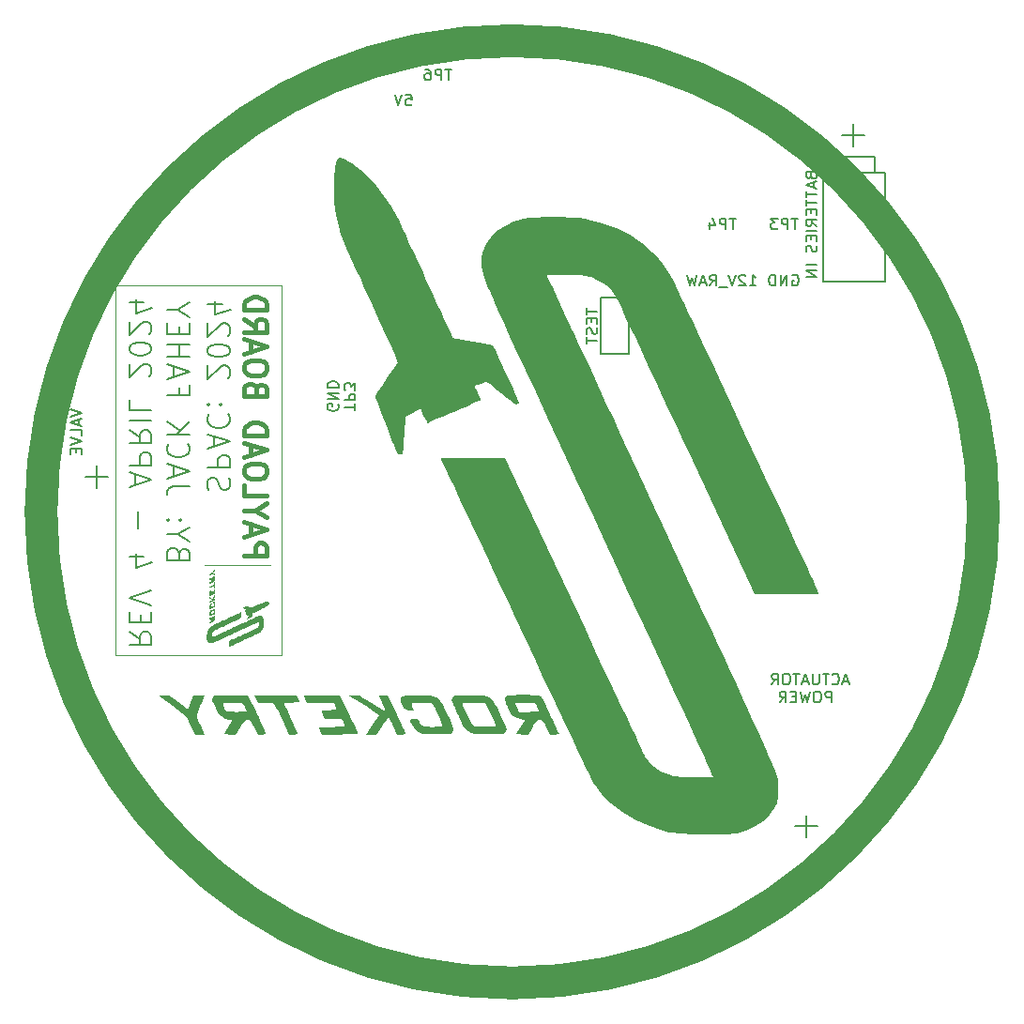
<source format=gbr>
%TF.GenerationSoftware,KiCad,Pcbnew,7.0.6*%
%TF.CreationDate,2024-04-16T16:57:35+10:00*%
%TF.ProjectId,Rocketry_Payload_Main_DDR_Spec_V2,526f636b-6574-4727-995f-5061796c6f61,rev?*%
%TF.SameCoordinates,Original*%
%TF.FileFunction,Legend,Bot*%
%TF.FilePolarity,Positive*%
%FSLAX46Y46*%
G04 Gerber Fmt 4.6, Leading zero omitted, Abs format (unit mm)*
G04 Created by KiCad (PCBNEW 7.0.6) date 2024-04-16 16:57:35*
%MOMM*%
%LPD*%
G01*
G04 APERTURE LIST*
%ADD10C,0.150000*%
%ADD11C,3.000000*%
%ADD12C,0.400000*%
%ADD13C,0.120000*%
G04 APERTURE END LIST*
D10*
X174752000Y-122361200D02*
X174752000Y-120361200D01*
X176250600Y-62382400D02*
X181889400Y-62382400D01*
X181889400Y-72212200D01*
X176250600Y-72212200D01*
X176250600Y-62382400D01*
X109739250Y-89814400D02*
X111739250Y-89814400D01*
D11*
X190714409Y-92986897D02*
G75*
G03*
X190714409Y-92986897I-42500000J0D01*
G01*
D10*
X177241200Y-60960000D02*
X180898800Y-60960000D01*
X180898800Y-62382400D01*
X177241200Y-62382400D01*
X177241200Y-60960000D01*
X173752000Y-121361200D02*
X175752000Y-121361200D01*
X179000000Y-60000000D02*
X179000000Y-58000000D01*
X156210000Y-73660000D02*
X158750000Y-73660000D01*
X158750000Y-78740000D01*
X156210000Y-78740000D01*
X156210000Y-73660000D01*
X110739250Y-90814400D02*
X110739250Y-88814400D01*
X178000000Y-59000000D02*
X180000000Y-59000000D01*
X169632000Y-72590819D02*
X170203428Y-72590819D01*
X169917714Y-72590819D02*
X169917714Y-71590819D01*
X169917714Y-71590819D02*
X170012952Y-71733676D01*
X170012952Y-71733676D02*
X170108190Y-71828914D01*
X170108190Y-71828914D02*
X170203428Y-71876533D01*
X169251047Y-71686057D02*
X169203428Y-71638438D01*
X169203428Y-71638438D02*
X169108190Y-71590819D01*
X169108190Y-71590819D02*
X168870095Y-71590819D01*
X168870095Y-71590819D02*
X168774857Y-71638438D01*
X168774857Y-71638438D02*
X168727238Y-71686057D01*
X168727238Y-71686057D02*
X168679619Y-71781295D01*
X168679619Y-71781295D02*
X168679619Y-71876533D01*
X168679619Y-71876533D02*
X168727238Y-72019390D01*
X168727238Y-72019390D02*
X169298666Y-72590819D01*
X169298666Y-72590819D02*
X168679619Y-72590819D01*
X168393904Y-71590819D02*
X168060571Y-72590819D01*
X168060571Y-72590819D02*
X167727238Y-71590819D01*
X167632000Y-72686057D02*
X166870095Y-72686057D01*
X166060571Y-72590819D02*
X166393904Y-72114628D01*
X166631999Y-72590819D02*
X166631999Y-71590819D01*
X166631999Y-71590819D02*
X166251047Y-71590819D01*
X166251047Y-71590819D02*
X166155809Y-71638438D01*
X166155809Y-71638438D02*
X166108190Y-71686057D01*
X166108190Y-71686057D02*
X166060571Y-71781295D01*
X166060571Y-71781295D02*
X166060571Y-71924152D01*
X166060571Y-71924152D02*
X166108190Y-72019390D01*
X166108190Y-72019390D02*
X166155809Y-72067009D01*
X166155809Y-72067009D02*
X166251047Y-72114628D01*
X166251047Y-72114628D02*
X166631999Y-72114628D01*
X165679618Y-72305104D02*
X165203428Y-72305104D01*
X165774856Y-72590819D02*
X165441523Y-71590819D01*
X165441523Y-71590819D02*
X165108190Y-72590819D01*
X164870094Y-71590819D02*
X164631999Y-72590819D01*
X164631999Y-72590819D02*
X164441523Y-71876533D01*
X164441523Y-71876533D02*
X164251047Y-72590819D01*
X164251047Y-72590819D02*
X164012952Y-71590819D01*
X178558342Y-108279304D02*
X178082152Y-108279304D01*
X178653580Y-108565019D02*
X178320247Y-107565019D01*
X178320247Y-107565019D02*
X177986914Y-108565019D01*
X177082152Y-108469780D02*
X177129771Y-108517400D01*
X177129771Y-108517400D02*
X177272628Y-108565019D01*
X177272628Y-108565019D02*
X177367866Y-108565019D01*
X177367866Y-108565019D02*
X177510723Y-108517400D01*
X177510723Y-108517400D02*
X177605961Y-108422161D01*
X177605961Y-108422161D02*
X177653580Y-108326923D01*
X177653580Y-108326923D02*
X177701199Y-108136447D01*
X177701199Y-108136447D02*
X177701199Y-107993590D01*
X177701199Y-107993590D02*
X177653580Y-107803114D01*
X177653580Y-107803114D02*
X177605961Y-107707876D01*
X177605961Y-107707876D02*
X177510723Y-107612638D01*
X177510723Y-107612638D02*
X177367866Y-107565019D01*
X177367866Y-107565019D02*
X177272628Y-107565019D01*
X177272628Y-107565019D02*
X177129771Y-107612638D01*
X177129771Y-107612638D02*
X177082152Y-107660257D01*
X176796437Y-107565019D02*
X176225009Y-107565019D01*
X176510723Y-108565019D02*
X176510723Y-107565019D01*
X175891675Y-107565019D02*
X175891675Y-108374542D01*
X175891675Y-108374542D02*
X175844056Y-108469780D01*
X175844056Y-108469780D02*
X175796437Y-108517400D01*
X175796437Y-108517400D02*
X175701199Y-108565019D01*
X175701199Y-108565019D02*
X175510723Y-108565019D01*
X175510723Y-108565019D02*
X175415485Y-108517400D01*
X175415485Y-108517400D02*
X175367866Y-108469780D01*
X175367866Y-108469780D02*
X175320247Y-108374542D01*
X175320247Y-108374542D02*
X175320247Y-107565019D01*
X174891675Y-108279304D02*
X174415485Y-108279304D01*
X174986913Y-108565019D02*
X174653580Y-107565019D01*
X174653580Y-107565019D02*
X174320247Y-108565019D01*
X174129770Y-107565019D02*
X173558342Y-107565019D01*
X173844056Y-108565019D02*
X173844056Y-107565019D01*
X173034532Y-107565019D02*
X172844056Y-107565019D01*
X172844056Y-107565019D02*
X172748818Y-107612638D01*
X172748818Y-107612638D02*
X172653580Y-107707876D01*
X172653580Y-107707876D02*
X172605961Y-107898352D01*
X172605961Y-107898352D02*
X172605961Y-108231685D01*
X172605961Y-108231685D02*
X172653580Y-108422161D01*
X172653580Y-108422161D02*
X172748818Y-108517400D01*
X172748818Y-108517400D02*
X172844056Y-108565019D01*
X172844056Y-108565019D02*
X173034532Y-108565019D01*
X173034532Y-108565019D02*
X173129770Y-108517400D01*
X173129770Y-108517400D02*
X173225008Y-108422161D01*
X173225008Y-108422161D02*
X173272627Y-108231685D01*
X173272627Y-108231685D02*
X173272627Y-107898352D01*
X173272627Y-107898352D02*
X173225008Y-107707876D01*
X173225008Y-107707876D02*
X173129770Y-107612638D01*
X173129770Y-107612638D02*
X173034532Y-107565019D01*
X171605961Y-108565019D02*
X171939294Y-108088828D01*
X172177389Y-108565019D02*
X172177389Y-107565019D01*
X172177389Y-107565019D02*
X171796437Y-107565019D01*
X171796437Y-107565019D02*
X171701199Y-107612638D01*
X171701199Y-107612638D02*
X171653580Y-107660257D01*
X171653580Y-107660257D02*
X171605961Y-107755495D01*
X171605961Y-107755495D02*
X171605961Y-107898352D01*
X171605961Y-107898352D02*
X171653580Y-107993590D01*
X171653580Y-107993590D02*
X171701199Y-108041209D01*
X171701199Y-108041209D02*
X171796437Y-108088828D01*
X171796437Y-108088828D02*
X172177389Y-108088828D01*
X177010723Y-110175019D02*
X177010723Y-109175019D01*
X177010723Y-109175019D02*
X176629771Y-109175019D01*
X176629771Y-109175019D02*
X176534533Y-109222638D01*
X176534533Y-109222638D02*
X176486914Y-109270257D01*
X176486914Y-109270257D02*
X176439295Y-109365495D01*
X176439295Y-109365495D02*
X176439295Y-109508352D01*
X176439295Y-109508352D02*
X176486914Y-109603590D01*
X176486914Y-109603590D02*
X176534533Y-109651209D01*
X176534533Y-109651209D02*
X176629771Y-109698828D01*
X176629771Y-109698828D02*
X177010723Y-109698828D01*
X175820247Y-109175019D02*
X175629771Y-109175019D01*
X175629771Y-109175019D02*
X175534533Y-109222638D01*
X175534533Y-109222638D02*
X175439295Y-109317876D01*
X175439295Y-109317876D02*
X175391676Y-109508352D01*
X175391676Y-109508352D02*
X175391676Y-109841685D01*
X175391676Y-109841685D02*
X175439295Y-110032161D01*
X175439295Y-110032161D02*
X175534533Y-110127400D01*
X175534533Y-110127400D02*
X175629771Y-110175019D01*
X175629771Y-110175019D02*
X175820247Y-110175019D01*
X175820247Y-110175019D02*
X175915485Y-110127400D01*
X175915485Y-110127400D02*
X176010723Y-110032161D01*
X176010723Y-110032161D02*
X176058342Y-109841685D01*
X176058342Y-109841685D02*
X176058342Y-109508352D01*
X176058342Y-109508352D02*
X176010723Y-109317876D01*
X176010723Y-109317876D02*
X175915485Y-109222638D01*
X175915485Y-109222638D02*
X175820247Y-109175019D01*
X175058342Y-109175019D02*
X174820247Y-110175019D01*
X174820247Y-110175019D02*
X174629771Y-109460733D01*
X174629771Y-109460733D02*
X174439295Y-110175019D01*
X174439295Y-110175019D02*
X174201200Y-109175019D01*
X173820247Y-109651209D02*
X173486914Y-109651209D01*
X173344057Y-110175019D02*
X173820247Y-110175019D01*
X173820247Y-110175019D02*
X173820247Y-109175019D01*
X173820247Y-109175019D02*
X173344057Y-109175019D01*
X172344057Y-110175019D02*
X172677390Y-109698828D01*
X172915485Y-110175019D02*
X172915485Y-109175019D01*
X172915485Y-109175019D02*
X172534533Y-109175019D01*
X172534533Y-109175019D02*
X172439295Y-109222638D01*
X172439295Y-109222638D02*
X172391676Y-109270257D01*
X172391676Y-109270257D02*
X172344057Y-109365495D01*
X172344057Y-109365495D02*
X172344057Y-109508352D01*
X172344057Y-109508352D02*
X172391676Y-109603590D01*
X172391676Y-109603590D02*
X172439295Y-109651209D01*
X172439295Y-109651209D02*
X172534533Y-109698828D01*
X172534533Y-109698828D02*
X172915485Y-109698828D01*
X175191009Y-62675047D02*
X175238628Y-62817904D01*
X175238628Y-62817904D02*
X175286247Y-62865523D01*
X175286247Y-62865523D02*
X175381485Y-62913142D01*
X175381485Y-62913142D02*
X175524342Y-62913142D01*
X175524342Y-62913142D02*
X175619580Y-62865523D01*
X175619580Y-62865523D02*
X175667200Y-62817904D01*
X175667200Y-62817904D02*
X175714819Y-62722666D01*
X175714819Y-62722666D02*
X175714819Y-62341714D01*
X175714819Y-62341714D02*
X174714819Y-62341714D01*
X174714819Y-62341714D02*
X174714819Y-62675047D01*
X174714819Y-62675047D02*
X174762438Y-62770285D01*
X174762438Y-62770285D02*
X174810057Y-62817904D01*
X174810057Y-62817904D02*
X174905295Y-62865523D01*
X174905295Y-62865523D02*
X175000533Y-62865523D01*
X175000533Y-62865523D02*
X175095771Y-62817904D01*
X175095771Y-62817904D02*
X175143390Y-62770285D01*
X175143390Y-62770285D02*
X175191009Y-62675047D01*
X175191009Y-62675047D02*
X175191009Y-62341714D01*
X175429104Y-63294095D02*
X175429104Y-63770285D01*
X175714819Y-63198857D02*
X174714819Y-63532190D01*
X174714819Y-63532190D02*
X175714819Y-63865523D01*
X174714819Y-64056000D02*
X174714819Y-64627428D01*
X175714819Y-64341714D02*
X174714819Y-64341714D01*
X174714819Y-64817905D02*
X174714819Y-65389333D01*
X175714819Y-65103619D02*
X174714819Y-65103619D01*
X175191009Y-65722667D02*
X175191009Y-66056000D01*
X175714819Y-66198857D02*
X175714819Y-65722667D01*
X175714819Y-65722667D02*
X174714819Y-65722667D01*
X174714819Y-65722667D02*
X174714819Y-66198857D01*
X175714819Y-67198857D02*
X175238628Y-66865524D01*
X175714819Y-66627429D02*
X174714819Y-66627429D01*
X174714819Y-66627429D02*
X174714819Y-67008381D01*
X174714819Y-67008381D02*
X174762438Y-67103619D01*
X174762438Y-67103619D02*
X174810057Y-67151238D01*
X174810057Y-67151238D02*
X174905295Y-67198857D01*
X174905295Y-67198857D02*
X175048152Y-67198857D01*
X175048152Y-67198857D02*
X175143390Y-67151238D01*
X175143390Y-67151238D02*
X175191009Y-67103619D01*
X175191009Y-67103619D02*
X175238628Y-67008381D01*
X175238628Y-67008381D02*
X175238628Y-66627429D01*
X175714819Y-67627429D02*
X174714819Y-67627429D01*
X175191009Y-68103619D02*
X175191009Y-68436952D01*
X175714819Y-68579809D02*
X175714819Y-68103619D01*
X175714819Y-68103619D02*
X174714819Y-68103619D01*
X174714819Y-68103619D02*
X174714819Y-68579809D01*
X175667200Y-68960762D02*
X175714819Y-69103619D01*
X175714819Y-69103619D02*
X175714819Y-69341714D01*
X175714819Y-69341714D02*
X175667200Y-69436952D01*
X175667200Y-69436952D02*
X175619580Y-69484571D01*
X175619580Y-69484571D02*
X175524342Y-69532190D01*
X175524342Y-69532190D02*
X175429104Y-69532190D01*
X175429104Y-69532190D02*
X175333866Y-69484571D01*
X175333866Y-69484571D02*
X175286247Y-69436952D01*
X175286247Y-69436952D02*
X175238628Y-69341714D01*
X175238628Y-69341714D02*
X175191009Y-69151238D01*
X175191009Y-69151238D02*
X175143390Y-69056000D01*
X175143390Y-69056000D02*
X175095771Y-69008381D01*
X175095771Y-69008381D02*
X175000533Y-68960762D01*
X175000533Y-68960762D02*
X174905295Y-68960762D01*
X174905295Y-68960762D02*
X174810057Y-69008381D01*
X174810057Y-69008381D02*
X174762438Y-69056000D01*
X174762438Y-69056000D02*
X174714819Y-69151238D01*
X174714819Y-69151238D02*
X174714819Y-69389333D01*
X174714819Y-69389333D02*
X174762438Y-69532190D01*
X175714819Y-70722667D02*
X174714819Y-70722667D01*
X175714819Y-71198857D02*
X174714819Y-71198857D01*
X174714819Y-71198857D02*
X175714819Y-71770285D01*
X175714819Y-71770285D02*
X174714819Y-71770285D01*
X108370019Y-83753581D02*
X109370019Y-84086914D01*
X109370019Y-84086914D02*
X108370019Y-84420247D01*
X109084304Y-84705962D02*
X109084304Y-85182152D01*
X109370019Y-84610724D02*
X108370019Y-84944057D01*
X108370019Y-84944057D02*
X109370019Y-85277390D01*
X109370019Y-86086914D02*
X109370019Y-85610724D01*
X109370019Y-85610724D02*
X108370019Y-85610724D01*
X108370019Y-86277391D02*
X109370019Y-86610724D01*
X109370019Y-86610724D02*
X108370019Y-86944057D01*
X108846209Y-87277391D02*
X108846209Y-87610724D01*
X109370019Y-87753581D02*
X109370019Y-87277391D01*
X109370019Y-87277391D02*
X108370019Y-87277391D01*
X108370019Y-87277391D02*
X108370019Y-87753581D01*
X132501361Y-83311904D02*
X132548980Y-83407142D01*
X132548980Y-83407142D02*
X132548980Y-83549999D01*
X132548980Y-83549999D02*
X132501361Y-83692856D01*
X132501361Y-83692856D02*
X132406123Y-83788094D01*
X132406123Y-83788094D02*
X132310885Y-83835713D01*
X132310885Y-83835713D02*
X132120409Y-83883332D01*
X132120409Y-83883332D02*
X131977552Y-83883332D01*
X131977552Y-83883332D02*
X131787076Y-83835713D01*
X131787076Y-83835713D02*
X131691838Y-83788094D01*
X131691838Y-83788094D02*
X131596600Y-83692856D01*
X131596600Y-83692856D02*
X131548980Y-83549999D01*
X131548980Y-83549999D02*
X131548980Y-83454761D01*
X131548980Y-83454761D02*
X131596600Y-83311904D01*
X131596600Y-83311904D02*
X131644219Y-83264285D01*
X131644219Y-83264285D02*
X131977552Y-83264285D01*
X131977552Y-83264285D02*
X131977552Y-83454761D01*
X131548980Y-82835713D02*
X132548980Y-82835713D01*
X132548980Y-82835713D02*
X131548980Y-82264285D01*
X131548980Y-82264285D02*
X132548980Y-82264285D01*
X131548980Y-81788094D02*
X132548980Y-81788094D01*
X132548980Y-81788094D02*
X132548980Y-81549999D01*
X132548980Y-81549999D02*
X132501361Y-81407142D01*
X132501361Y-81407142D02*
X132406123Y-81311904D01*
X132406123Y-81311904D02*
X132310885Y-81264285D01*
X132310885Y-81264285D02*
X132120409Y-81216666D01*
X132120409Y-81216666D02*
X131977552Y-81216666D01*
X131977552Y-81216666D02*
X131787076Y-81264285D01*
X131787076Y-81264285D02*
X131691838Y-81311904D01*
X131691838Y-81311904D02*
X131596600Y-81407142D01*
X131596600Y-81407142D02*
X131548980Y-81549999D01*
X131548980Y-81549999D02*
X131548980Y-81788094D01*
X154902819Y-74604762D02*
X154902819Y-75176190D01*
X155902819Y-74890476D02*
X154902819Y-74890476D01*
X155379009Y-75509524D02*
X155379009Y-75842857D01*
X155902819Y-75985714D02*
X155902819Y-75509524D01*
X155902819Y-75509524D02*
X154902819Y-75509524D01*
X154902819Y-75509524D02*
X154902819Y-75985714D01*
X155855200Y-76366667D02*
X155902819Y-76509524D01*
X155902819Y-76509524D02*
X155902819Y-76747619D01*
X155902819Y-76747619D02*
X155855200Y-76842857D01*
X155855200Y-76842857D02*
X155807580Y-76890476D01*
X155807580Y-76890476D02*
X155712342Y-76938095D01*
X155712342Y-76938095D02*
X155617104Y-76938095D01*
X155617104Y-76938095D02*
X155521866Y-76890476D01*
X155521866Y-76890476D02*
X155474247Y-76842857D01*
X155474247Y-76842857D02*
X155426628Y-76747619D01*
X155426628Y-76747619D02*
X155379009Y-76557143D01*
X155379009Y-76557143D02*
X155331390Y-76461905D01*
X155331390Y-76461905D02*
X155283771Y-76414286D01*
X155283771Y-76414286D02*
X155188533Y-76366667D01*
X155188533Y-76366667D02*
X155093295Y-76366667D01*
X155093295Y-76366667D02*
X154998057Y-76414286D01*
X154998057Y-76414286D02*
X154950438Y-76461905D01*
X154950438Y-76461905D02*
X154902819Y-76557143D01*
X154902819Y-76557143D02*
X154902819Y-76795238D01*
X154902819Y-76795238D02*
X154950438Y-76938095D01*
X154902819Y-77223810D02*
X154902819Y-77795238D01*
X155902819Y-77509524D02*
X154902819Y-77509524D01*
X138620476Y-55334819D02*
X139096666Y-55334819D01*
X139096666Y-55334819D02*
X139144285Y-55811009D01*
X139144285Y-55811009D02*
X139096666Y-55763390D01*
X139096666Y-55763390D02*
X139001428Y-55715771D01*
X139001428Y-55715771D02*
X138763333Y-55715771D01*
X138763333Y-55715771D02*
X138668095Y-55763390D01*
X138668095Y-55763390D02*
X138620476Y-55811009D01*
X138620476Y-55811009D02*
X138572857Y-55906247D01*
X138572857Y-55906247D02*
X138572857Y-56144342D01*
X138572857Y-56144342D02*
X138620476Y-56239580D01*
X138620476Y-56239580D02*
X138668095Y-56287200D01*
X138668095Y-56287200D02*
X138763333Y-56334819D01*
X138763333Y-56334819D02*
X139001428Y-56334819D01*
X139001428Y-56334819D02*
X139096666Y-56287200D01*
X139096666Y-56287200D02*
X139144285Y-56239580D01*
X138287142Y-55334819D02*
X137953809Y-56334819D01*
X137953809Y-56334819D02*
X137620476Y-55334819D01*
X173481904Y-71638438D02*
X173577142Y-71590819D01*
X173577142Y-71590819D02*
X173719999Y-71590819D01*
X173719999Y-71590819D02*
X173862856Y-71638438D01*
X173862856Y-71638438D02*
X173958094Y-71733676D01*
X173958094Y-71733676D02*
X174005713Y-71828914D01*
X174005713Y-71828914D02*
X174053332Y-72019390D01*
X174053332Y-72019390D02*
X174053332Y-72162247D01*
X174053332Y-72162247D02*
X174005713Y-72352723D01*
X174005713Y-72352723D02*
X173958094Y-72447961D01*
X173958094Y-72447961D02*
X173862856Y-72543200D01*
X173862856Y-72543200D02*
X173719999Y-72590819D01*
X173719999Y-72590819D02*
X173624761Y-72590819D01*
X173624761Y-72590819D02*
X173481904Y-72543200D01*
X173481904Y-72543200D02*
X173434285Y-72495580D01*
X173434285Y-72495580D02*
X173434285Y-72162247D01*
X173434285Y-72162247D02*
X173624761Y-72162247D01*
X173005713Y-72590819D02*
X173005713Y-71590819D01*
X173005713Y-71590819D02*
X172434285Y-72590819D01*
X172434285Y-72590819D02*
X172434285Y-71590819D01*
X171958094Y-72590819D02*
X171958094Y-71590819D01*
X171958094Y-71590819D02*
X171719999Y-71590819D01*
X171719999Y-71590819D02*
X171577142Y-71638438D01*
X171577142Y-71638438D02*
X171481904Y-71733676D01*
X171481904Y-71733676D02*
X171434285Y-71828914D01*
X171434285Y-71828914D02*
X171386666Y-72019390D01*
X171386666Y-72019390D02*
X171386666Y-72162247D01*
X171386666Y-72162247D02*
X171434285Y-72352723D01*
X171434285Y-72352723D02*
X171481904Y-72447961D01*
X171481904Y-72447961D02*
X171577142Y-72543200D01*
X171577142Y-72543200D02*
X171719999Y-72590819D01*
X171719999Y-72590819D02*
X171958094Y-72590819D01*
X142739904Y-53048819D02*
X142168476Y-53048819D01*
X142454190Y-54048819D02*
X142454190Y-53048819D01*
X141835142Y-54048819D02*
X141835142Y-53048819D01*
X141835142Y-53048819D02*
X141454190Y-53048819D01*
X141454190Y-53048819D02*
X141358952Y-53096438D01*
X141358952Y-53096438D02*
X141311333Y-53144057D01*
X141311333Y-53144057D02*
X141263714Y-53239295D01*
X141263714Y-53239295D02*
X141263714Y-53382152D01*
X141263714Y-53382152D02*
X141311333Y-53477390D01*
X141311333Y-53477390D02*
X141358952Y-53525009D01*
X141358952Y-53525009D02*
X141454190Y-53572628D01*
X141454190Y-53572628D02*
X141835142Y-53572628D01*
X140406571Y-53048819D02*
X140597047Y-53048819D01*
X140597047Y-53048819D02*
X140692285Y-53096438D01*
X140692285Y-53096438D02*
X140739904Y-53144057D01*
X140739904Y-53144057D02*
X140835142Y-53286914D01*
X140835142Y-53286914D02*
X140882761Y-53477390D01*
X140882761Y-53477390D02*
X140882761Y-53858342D01*
X140882761Y-53858342D02*
X140835142Y-53953580D01*
X140835142Y-53953580D02*
X140787523Y-54001200D01*
X140787523Y-54001200D02*
X140692285Y-54048819D01*
X140692285Y-54048819D02*
X140501809Y-54048819D01*
X140501809Y-54048819D02*
X140406571Y-54001200D01*
X140406571Y-54001200D02*
X140358952Y-53953580D01*
X140358952Y-53953580D02*
X140311333Y-53858342D01*
X140311333Y-53858342D02*
X140311333Y-53620247D01*
X140311333Y-53620247D02*
X140358952Y-53525009D01*
X140358952Y-53525009D02*
X140406571Y-53477390D01*
X140406571Y-53477390D02*
X140501809Y-53429771D01*
X140501809Y-53429771D02*
X140692285Y-53429771D01*
X140692285Y-53429771D02*
X140787523Y-53477390D01*
X140787523Y-53477390D02*
X140835142Y-53525009D01*
X140835142Y-53525009D02*
X140882761Y-53620247D01*
X173981904Y-66510819D02*
X173410476Y-66510819D01*
X173696190Y-67510819D02*
X173696190Y-66510819D01*
X173077142Y-67510819D02*
X173077142Y-66510819D01*
X173077142Y-66510819D02*
X172696190Y-66510819D01*
X172696190Y-66510819D02*
X172600952Y-66558438D01*
X172600952Y-66558438D02*
X172553333Y-66606057D01*
X172553333Y-66606057D02*
X172505714Y-66701295D01*
X172505714Y-66701295D02*
X172505714Y-66844152D01*
X172505714Y-66844152D02*
X172553333Y-66939390D01*
X172553333Y-66939390D02*
X172600952Y-66987009D01*
X172600952Y-66987009D02*
X172696190Y-67034628D01*
X172696190Y-67034628D02*
X173077142Y-67034628D01*
X172172380Y-66510819D02*
X171553333Y-66510819D01*
X171553333Y-66510819D02*
X171886666Y-66891771D01*
X171886666Y-66891771D02*
X171743809Y-66891771D01*
X171743809Y-66891771D02*
X171648571Y-66939390D01*
X171648571Y-66939390D02*
X171600952Y-66987009D01*
X171600952Y-66987009D02*
X171553333Y-67082247D01*
X171553333Y-67082247D02*
X171553333Y-67320342D01*
X171553333Y-67320342D02*
X171600952Y-67415580D01*
X171600952Y-67415580D02*
X171648571Y-67463200D01*
X171648571Y-67463200D02*
X171743809Y-67510819D01*
X171743809Y-67510819D02*
X172029523Y-67510819D01*
X172029523Y-67510819D02*
X172124761Y-67463200D01*
X172124761Y-67463200D02*
X172172380Y-67415580D01*
X134047580Y-83811904D02*
X134047580Y-83240476D01*
X133047580Y-83526190D02*
X134047580Y-83526190D01*
X133047580Y-82907142D02*
X134047580Y-82907142D01*
X134047580Y-82907142D02*
X134047580Y-82526190D01*
X134047580Y-82526190D02*
X133999961Y-82430952D01*
X133999961Y-82430952D02*
X133952342Y-82383333D01*
X133952342Y-82383333D02*
X133857104Y-82335714D01*
X133857104Y-82335714D02*
X133714247Y-82335714D01*
X133714247Y-82335714D02*
X133619009Y-82383333D01*
X133619009Y-82383333D02*
X133571390Y-82430952D01*
X133571390Y-82430952D02*
X133523771Y-82526190D01*
X133523771Y-82526190D02*
X133523771Y-82907142D01*
X134047580Y-82002380D02*
X134047580Y-81383333D01*
X134047580Y-81383333D02*
X133666628Y-81716666D01*
X133666628Y-81716666D02*
X133666628Y-81573809D01*
X133666628Y-81573809D02*
X133619009Y-81478571D01*
X133619009Y-81478571D02*
X133571390Y-81430952D01*
X133571390Y-81430952D02*
X133476152Y-81383333D01*
X133476152Y-81383333D02*
X133238057Y-81383333D01*
X133238057Y-81383333D02*
X133142819Y-81430952D01*
X133142819Y-81430952D02*
X133095200Y-81478571D01*
X133095200Y-81478571D02*
X133047580Y-81573809D01*
X133047580Y-81573809D02*
X133047580Y-81859523D01*
X133047580Y-81859523D02*
X133095200Y-81954761D01*
X133095200Y-81954761D02*
X133142819Y-82002380D01*
X168393904Y-66510819D02*
X167822476Y-66510819D01*
X168108190Y-67510819D02*
X168108190Y-66510819D01*
X167489142Y-67510819D02*
X167489142Y-66510819D01*
X167489142Y-66510819D02*
X167108190Y-66510819D01*
X167108190Y-66510819D02*
X167012952Y-66558438D01*
X167012952Y-66558438D02*
X166965333Y-66606057D01*
X166965333Y-66606057D02*
X166917714Y-66701295D01*
X166917714Y-66701295D02*
X166917714Y-66844152D01*
X166917714Y-66844152D02*
X166965333Y-66939390D01*
X166965333Y-66939390D02*
X167012952Y-66987009D01*
X167012952Y-66987009D02*
X167108190Y-67034628D01*
X167108190Y-67034628D02*
X167489142Y-67034628D01*
X166060571Y-66844152D02*
X166060571Y-67510819D01*
X166298666Y-66463200D02*
X166536761Y-67177485D01*
X166536761Y-67177485D02*
X165917714Y-67177485D01*
X113663561Y-103819268D02*
X114615942Y-104485935D01*
X113663561Y-104962125D02*
X115663561Y-104962125D01*
X115663561Y-104962125D02*
X115663561Y-104200220D01*
X115663561Y-104200220D02*
X115568323Y-104009744D01*
X115568323Y-104009744D02*
X115473085Y-103914506D01*
X115473085Y-103914506D02*
X115282609Y-103819268D01*
X115282609Y-103819268D02*
X114996895Y-103819268D01*
X114996895Y-103819268D02*
X114806419Y-103914506D01*
X114806419Y-103914506D02*
X114711180Y-104009744D01*
X114711180Y-104009744D02*
X114615942Y-104200220D01*
X114615942Y-104200220D02*
X114615942Y-104962125D01*
X114711180Y-102962125D02*
X114711180Y-102295458D01*
X113663561Y-102009744D02*
X113663561Y-102962125D01*
X113663561Y-102962125D02*
X115663561Y-102962125D01*
X115663561Y-102962125D02*
X115663561Y-102009744D01*
X115663561Y-101438315D02*
X113663561Y-100771649D01*
X113663561Y-100771649D02*
X115663561Y-100104982D01*
X114996895Y-97057362D02*
X113663561Y-97057362D01*
X115758800Y-97533553D02*
X114330228Y-98009743D01*
X114330228Y-98009743D02*
X114330228Y-96771648D01*
X114425466Y-94485933D02*
X114425466Y-92962124D01*
X114234990Y-90581171D02*
X114234990Y-89628790D01*
X113663561Y-90771647D02*
X115663561Y-90104981D01*
X115663561Y-90104981D02*
X113663561Y-89438314D01*
X113663561Y-88771647D02*
X115663561Y-88771647D01*
X115663561Y-88771647D02*
X115663561Y-88009742D01*
X115663561Y-88009742D02*
X115568323Y-87819266D01*
X115568323Y-87819266D02*
X115473085Y-87724028D01*
X115473085Y-87724028D02*
X115282609Y-87628790D01*
X115282609Y-87628790D02*
X114996895Y-87628790D01*
X114996895Y-87628790D02*
X114806419Y-87724028D01*
X114806419Y-87724028D02*
X114711180Y-87819266D01*
X114711180Y-87819266D02*
X114615942Y-88009742D01*
X114615942Y-88009742D02*
X114615942Y-88771647D01*
X113663561Y-85628790D02*
X114615942Y-86295457D01*
X113663561Y-86771647D02*
X115663561Y-86771647D01*
X115663561Y-86771647D02*
X115663561Y-86009742D01*
X115663561Y-86009742D02*
X115568323Y-85819266D01*
X115568323Y-85819266D02*
X115473085Y-85724028D01*
X115473085Y-85724028D02*
X115282609Y-85628790D01*
X115282609Y-85628790D02*
X114996895Y-85628790D01*
X114996895Y-85628790D02*
X114806419Y-85724028D01*
X114806419Y-85724028D02*
X114711180Y-85819266D01*
X114711180Y-85819266D02*
X114615942Y-86009742D01*
X114615942Y-86009742D02*
X114615942Y-86771647D01*
X113663561Y-84771647D02*
X115663561Y-84771647D01*
X113663561Y-82866885D02*
X113663561Y-83819266D01*
X113663561Y-83819266D02*
X115663561Y-83819266D01*
X115473085Y-80771646D02*
X115568323Y-80676408D01*
X115568323Y-80676408D02*
X115663561Y-80485932D01*
X115663561Y-80485932D02*
X115663561Y-80009741D01*
X115663561Y-80009741D02*
X115568323Y-79819265D01*
X115568323Y-79819265D02*
X115473085Y-79724027D01*
X115473085Y-79724027D02*
X115282609Y-79628789D01*
X115282609Y-79628789D02*
X115092133Y-79628789D01*
X115092133Y-79628789D02*
X114806419Y-79724027D01*
X114806419Y-79724027D02*
X113663561Y-80866884D01*
X113663561Y-80866884D02*
X113663561Y-79628789D01*
X115663561Y-78390694D02*
X115663561Y-78200217D01*
X115663561Y-78200217D02*
X115568323Y-78009741D01*
X115568323Y-78009741D02*
X115473085Y-77914503D01*
X115473085Y-77914503D02*
X115282609Y-77819265D01*
X115282609Y-77819265D02*
X114901657Y-77724027D01*
X114901657Y-77724027D02*
X114425466Y-77724027D01*
X114425466Y-77724027D02*
X114044514Y-77819265D01*
X114044514Y-77819265D02*
X113854038Y-77914503D01*
X113854038Y-77914503D02*
X113758800Y-78009741D01*
X113758800Y-78009741D02*
X113663561Y-78200217D01*
X113663561Y-78200217D02*
X113663561Y-78390694D01*
X113663561Y-78390694D02*
X113758800Y-78581170D01*
X113758800Y-78581170D02*
X113854038Y-78676408D01*
X113854038Y-78676408D02*
X114044514Y-78771646D01*
X114044514Y-78771646D02*
X114425466Y-78866884D01*
X114425466Y-78866884D02*
X114901657Y-78866884D01*
X114901657Y-78866884D02*
X115282609Y-78771646D01*
X115282609Y-78771646D02*
X115473085Y-78676408D01*
X115473085Y-78676408D02*
X115568323Y-78581170D01*
X115568323Y-78581170D02*
X115663561Y-78390694D01*
X115473085Y-76962122D02*
X115568323Y-76866884D01*
X115568323Y-76866884D02*
X115663561Y-76676408D01*
X115663561Y-76676408D02*
X115663561Y-76200217D01*
X115663561Y-76200217D02*
X115568323Y-76009741D01*
X115568323Y-76009741D02*
X115473085Y-75914503D01*
X115473085Y-75914503D02*
X115282609Y-75819265D01*
X115282609Y-75819265D02*
X115092133Y-75819265D01*
X115092133Y-75819265D02*
X114806419Y-75914503D01*
X114806419Y-75914503D02*
X113663561Y-77057360D01*
X113663561Y-77057360D02*
X113663561Y-75819265D01*
X114996895Y-74104979D02*
X113663561Y-74104979D01*
X115758800Y-74581170D02*
X114330228Y-75057360D01*
X114330228Y-75057360D02*
X114330228Y-73819265D01*
X118147514Y-96737791D02*
X118052276Y-96452077D01*
X118052276Y-96452077D02*
X117957038Y-96356839D01*
X117957038Y-96356839D02*
X117766562Y-96261601D01*
X117766562Y-96261601D02*
X117480848Y-96261601D01*
X117480848Y-96261601D02*
X117290372Y-96356839D01*
X117290372Y-96356839D02*
X117195134Y-96452077D01*
X117195134Y-96452077D02*
X117099895Y-96642553D01*
X117099895Y-96642553D02*
X117099895Y-97404458D01*
X117099895Y-97404458D02*
X119099895Y-97404458D01*
X119099895Y-97404458D02*
X119099895Y-96737791D01*
X119099895Y-96737791D02*
X119004657Y-96547315D01*
X119004657Y-96547315D02*
X118909419Y-96452077D01*
X118909419Y-96452077D02*
X118718943Y-96356839D01*
X118718943Y-96356839D02*
X118528467Y-96356839D01*
X118528467Y-96356839D02*
X118337991Y-96452077D01*
X118337991Y-96452077D02*
X118242753Y-96547315D01*
X118242753Y-96547315D02*
X118147514Y-96737791D01*
X118147514Y-96737791D02*
X118147514Y-97404458D01*
X118052276Y-95023506D02*
X117099895Y-95023506D01*
X119099895Y-95690172D02*
X118052276Y-95023506D01*
X118052276Y-95023506D02*
X119099895Y-94356839D01*
X117290372Y-93690172D02*
X117195134Y-93594934D01*
X117195134Y-93594934D02*
X117099895Y-93690172D01*
X117099895Y-93690172D02*
X117195134Y-93785410D01*
X117195134Y-93785410D02*
X117290372Y-93690172D01*
X117290372Y-93690172D02*
X117099895Y-93690172D01*
X118337991Y-93690172D02*
X118242753Y-93594934D01*
X118242753Y-93594934D02*
X118147514Y-93690172D01*
X118147514Y-93690172D02*
X118242753Y-93785410D01*
X118242753Y-93785410D02*
X118337991Y-93690172D01*
X118337991Y-93690172D02*
X118147514Y-93690172D01*
X119099895Y-90642552D02*
X117671324Y-90642552D01*
X117671324Y-90642552D02*
X117385610Y-90737791D01*
X117385610Y-90737791D02*
X117195134Y-90928267D01*
X117195134Y-90928267D02*
X117099895Y-91213981D01*
X117099895Y-91213981D02*
X117099895Y-91404457D01*
X117671324Y-89785409D02*
X117671324Y-88833028D01*
X117099895Y-89975885D02*
X119099895Y-89309219D01*
X119099895Y-89309219D02*
X117099895Y-88642552D01*
X117290372Y-86833028D02*
X117195134Y-86928266D01*
X117195134Y-86928266D02*
X117099895Y-87213980D01*
X117099895Y-87213980D02*
X117099895Y-87404456D01*
X117099895Y-87404456D02*
X117195134Y-87690171D01*
X117195134Y-87690171D02*
X117385610Y-87880647D01*
X117385610Y-87880647D02*
X117576086Y-87975885D01*
X117576086Y-87975885D02*
X117957038Y-88071123D01*
X117957038Y-88071123D02*
X118242753Y-88071123D01*
X118242753Y-88071123D02*
X118623705Y-87975885D01*
X118623705Y-87975885D02*
X118814181Y-87880647D01*
X118814181Y-87880647D02*
X119004657Y-87690171D01*
X119004657Y-87690171D02*
X119099895Y-87404456D01*
X119099895Y-87404456D02*
X119099895Y-87213980D01*
X119099895Y-87213980D02*
X119004657Y-86928266D01*
X119004657Y-86928266D02*
X118909419Y-86833028D01*
X117099895Y-85975885D02*
X119099895Y-85975885D01*
X117099895Y-84833028D02*
X118242753Y-85690171D01*
X119099895Y-84833028D02*
X117957038Y-85975885D01*
X118147514Y-81785408D02*
X118147514Y-82452075D01*
X117099895Y-82452075D02*
X119099895Y-82452075D01*
X119099895Y-82452075D02*
X119099895Y-81499694D01*
X117671324Y-80833027D02*
X117671324Y-79880646D01*
X117099895Y-81023503D02*
X119099895Y-80356837D01*
X119099895Y-80356837D02*
X117099895Y-79690170D01*
X117099895Y-79023503D02*
X119099895Y-79023503D01*
X118147514Y-79023503D02*
X118147514Y-77880646D01*
X117099895Y-77880646D02*
X119099895Y-77880646D01*
X118147514Y-76928265D02*
X118147514Y-76261598D01*
X117099895Y-75975884D02*
X117099895Y-76928265D01*
X117099895Y-76928265D02*
X119099895Y-76928265D01*
X119099895Y-76928265D02*
X119099895Y-75975884D01*
X118052276Y-74737789D02*
X117099895Y-74737789D01*
X119099895Y-75404455D02*
X118052276Y-74737789D01*
X118052276Y-74737789D02*
X119099895Y-74071122D01*
D12*
X124055561Y-96937444D02*
X126055561Y-96937444D01*
X126055561Y-96937444D02*
X126055561Y-96175539D01*
X126055561Y-96175539D02*
X125960323Y-95985063D01*
X125960323Y-95985063D02*
X125865085Y-95889825D01*
X125865085Y-95889825D02*
X125674609Y-95794587D01*
X125674609Y-95794587D02*
X125388895Y-95794587D01*
X125388895Y-95794587D02*
X125198419Y-95889825D01*
X125198419Y-95889825D02*
X125103180Y-95985063D01*
X125103180Y-95985063D02*
X125007942Y-96175539D01*
X125007942Y-96175539D02*
X125007942Y-96937444D01*
X124626990Y-95032682D02*
X124626990Y-94080301D01*
X124055561Y-95223158D02*
X126055561Y-94556492D01*
X126055561Y-94556492D02*
X124055561Y-93889825D01*
X125007942Y-92842206D02*
X124055561Y-92842206D01*
X126055561Y-93508872D02*
X125007942Y-92842206D01*
X125007942Y-92842206D02*
X126055561Y-92175539D01*
X124055561Y-90556491D02*
X124055561Y-91508872D01*
X124055561Y-91508872D02*
X126055561Y-91508872D01*
X126055561Y-89508872D02*
X126055561Y-89127919D01*
X126055561Y-89127919D02*
X125960323Y-88937443D01*
X125960323Y-88937443D02*
X125769847Y-88746967D01*
X125769847Y-88746967D02*
X125388895Y-88651729D01*
X125388895Y-88651729D02*
X124722228Y-88651729D01*
X124722228Y-88651729D02*
X124341276Y-88746967D01*
X124341276Y-88746967D02*
X124150800Y-88937443D01*
X124150800Y-88937443D02*
X124055561Y-89127919D01*
X124055561Y-89127919D02*
X124055561Y-89508872D01*
X124055561Y-89508872D02*
X124150800Y-89699348D01*
X124150800Y-89699348D02*
X124341276Y-89889824D01*
X124341276Y-89889824D02*
X124722228Y-89985062D01*
X124722228Y-89985062D02*
X125388895Y-89985062D01*
X125388895Y-89985062D02*
X125769847Y-89889824D01*
X125769847Y-89889824D02*
X125960323Y-89699348D01*
X125960323Y-89699348D02*
X126055561Y-89508872D01*
X124626990Y-87889824D02*
X124626990Y-86937443D01*
X124055561Y-88080300D02*
X126055561Y-87413634D01*
X126055561Y-87413634D02*
X124055561Y-86746967D01*
X124055561Y-86080300D02*
X126055561Y-86080300D01*
X126055561Y-86080300D02*
X126055561Y-85604110D01*
X126055561Y-85604110D02*
X125960323Y-85318395D01*
X125960323Y-85318395D02*
X125769847Y-85127919D01*
X125769847Y-85127919D02*
X125579371Y-85032681D01*
X125579371Y-85032681D02*
X125198419Y-84937443D01*
X125198419Y-84937443D02*
X124912704Y-84937443D01*
X124912704Y-84937443D02*
X124531752Y-85032681D01*
X124531752Y-85032681D02*
X124341276Y-85127919D01*
X124341276Y-85127919D02*
X124150800Y-85318395D01*
X124150800Y-85318395D02*
X124055561Y-85604110D01*
X124055561Y-85604110D02*
X124055561Y-86080300D01*
X125103180Y-81889823D02*
X125007942Y-81604109D01*
X125007942Y-81604109D02*
X124912704Y-81508871D01*
X124912704Y-81508871D02*
X124722228Y-81413633D01*
X124722228Y-81413633D02*
X124436514Y-81413633D01*
X124436514Y-81413633D02*
X124246038Y-81508871D01*
X124246038Y-81508871D02*
X124150800Y-81604109D01*
X124150800Y-81604109D02*
X124055561Y-81794585D01*
X124055561Y-81794585D02*
X124055561Y-82556490D01*
X124055561Y-82556490D02*
X126055561Y-82556490D01*
X126055561Y-82556490D02*
X126055561Y-81889823D01*
X126055561Y-81889823D02*
X125960323Y-81699347D01*
X125960323Y-81699347D02*
X125865085Y-81604109D01*
X125865085Y-81604109D02*
X125674609Y-81508871D01*
X125674609Y-81508871D02*
X125484133Y-81508871D01*
X125484133Y-81508871D02*
X125293657Y-81604109D01*
X125293657Y-81604109D02*
X125198419Y-81699347D01*
X125198419Y-81699347D02*
X125103180Y-81889823D01*
X125103180Y-81889823D02*
X125103180Y-82556490D01*
X126055561Y-80175538D02*
X126055561Y-79794585D01*
X126055561Y-79794585D02*
X125960323Y-79604109D01*
X125960323Y-79604109D02*
X125769847Y-79413633D01*
X125769847Y-79413633D02*
X125388895Y-79318395D01*
X125388895Y-79318395D02*
X124722228Y-79318395D01*
X124722228Y-79318395D02*
X124341276Y-79413633D01*
X124341276Y-79413633D02*
X124150800Y-79604109D01*
X124150800Y-79604109D02*
X124055561Y-79794585D01*
X124055561Y-79794585D02*
X124055561Y-80175538D01*
X124055561Y-80175538D02*
X124150800Y-80366014D01*
X124150800Y-80366014D02*
X124341276Y-80556490D01*
X124341276Y-80556490D02*
X124722228Y-80651728D01*
X124722228Y-80651728D02*
X125388895Y-80651728D01*
X125388895Y-80651728D02*
X125769847Y-80556490D01*
X125769847Y-80556490D02*
X125960323Y-80366014D01*
X125960323Y-80366014D02*
X126055561Y-80175538D01*
X124626990Y-78556490D02*
X124626990Y-77604109D01*
X124055561Y-78746966D02*
X126055561Y-78080300D01*
X126055561Y-78080300D02*
X124055561Y-77413633D01*
X124055561Y-75604109D02*
X125007942Y-76270776D01*
X124055561Y-76746966D02*
X126055561Y-76746966D01*
X126055561Y-76746966D02*
X126055561Y-75985061D01*
X126055561Y-75985061D02*
X125960323Y-75794585D01*
X125960323Y-75794585D02*
X125865085Y-75699347D01*
X125865085Y-75699347D02*
X125674609Y-75604109D01*
X125674609Y-75604109D02*
X125388895Y-75604109D01*
X125388895Y-75604109D02*
X125198419Y-75699347D01*
X125198419Y-75699347D02*
X125103180Y-75794585D01*
X125103180Y-75794585D02*
X125007942Y-75985061D01*
X125007942Y-75985061D02*
X125007942Y-76746966D01*
X124055561Y-74746966D02*
X126055561Y-74746966D01*
X126055561Y-74746966D02*
X126055561Y-74270776D01*
X126055561Y-74270776D02*
X125960323Y-73985061D01*
X125960323Y-73985061D02*
X125769847Y-73794585D01*
X125769847Y-73794585D02*
X125579371Y-73699347D01*
X125579371Y-73699347D02*
X125198419Y-73604109D01*
X125198419Y-73604109D02*
X124912704Y-73604109D01*
X124912704Y-73604109D02*
X124531752Y-73699347D01*
X124531752Y-73699347D02*
X124341276Y-73794585D01*
X124341276Y-73794585D02*
X124150800Y-73985061D01*
X124150800Y-73985061D02*
X124055561Y-74270776D01*
X124055561Y-74270776D02*
X124055561Y-74746966D01*
D10*
X120835800Y-91022363D02*
X120740561Y-90736649D01*
X120740561Y-90736649D02*
X120740561Y-90260458D01*
X120740561Y-90260458D02*
X120835800Y-90069982D01*
X120835800Y-90069982D02*
X120931038Y-89974744D01*
X120931038Y-89974744D02*
X121121514Y-89879506D01*
X121121514Y-89879506D02*
X121311990Y-89879506D01*
X121311990Y-89879506D02*
X121502466Y-89974744D01*
X121502466Y-89974744D02*
X121597704Y-90069982D01*
X121597704Y-90069982D02*
X121692942Y-90260458D01*
X121692942Y-90260458D02*
X121788180Y-90641411D01*
X121788180Y-90641411D02*
X121883419Y-90831887D01*
X121883419Y-90831887D02*
X121978657Y-90927125D01*
X121978657Y-90927125D02*
X122169133Y-91022363D01*
X122169133Y-91022363D02*
X122359609Y-91022363D01*
X122359609Y-91022363D02*
X122550085Y-90927125D01*
X122550085Y-90927125D02*
X122645323Y-90831887D01*
X122645323Y-90831887D02*
X122740561Y-90641411D01*
X122740561Y-90641411D02*
X122740561Y-90165220D01*
X122740561Y-90165220D02*
X122645323Y-89879506D01*
X120740561Y-89022363D02*
X122740561Y-89022363D01*
X122740561Y-89022363D02*
X122740561Y-88260458D01*
X122740561Y-88260458D02*
X122645323Y-88069982D01*
X122645323Y-88069982D02*
X122550085Y-87974744D01*
X122550085Y-87974744D02*
X122359609Y-87879506D01*
X122359609Y-87879506D02*
X122073895Y-87879506D01*
X122073895Y-87879506D02*
X121883419Y-87974744D01*
X121883419Y-87974744D02*
X121788180Y-88069982D01*
X121788180Y-88069982D02*
X121692942Y-88260458D01*
X121692942Y-88260458D02*
X121692942Y-89022363D01*
X121311990Y-87117601D02*
X121311990Y-86165220D01*
X120740561Y-87308077D02*
X122740561Y-86641411D01*
X122740561Y-86641411D02*
X120740561Y-85974744D01*
X120931038Y-84165220D02*
X120835800Y-84260458D01*
X120835800Y-84260458D02*
X120740561Y-84546172D01*
X120740561Y-84546172D02*
X120740561Y-84736648D01*
X120740561Y-84736648D02*
X120835800Y-85022363D01*
X120835800Y-85022363D02*
X121026276Y-85212839D01*
X121026276Y-85212839D02*
X121216752Y-85308077D01*
X121216752Y-85308077D02*
X121597704Y-85403315D01*
X121597704Y-85403315D02*
X121883419Y-85403315D01*
X121883419Y-85403315D02*
X122264371Y-85308077D01*
X122264371Y-85308077D02*
X122454847Y-85212839D01*
X122454847Y-85212839D02*
X122645323Y-85022363D01*
X122645323Y-85022363D02*
X122740561Y-84736648D01*
X122740561Y-84736648D02*
X122740561Y-84546172D01*
X122740561Y-84546172D02*
X122645323Y-84260458D01*
X122645323Y-84260458D02*
X122550085Y-84165220D01*
X120931038Y-83308077D02*
X120835800Y-83212839D01*
X120835800Y-83212839D02*
X120740561Y-83308077D01*
X120740561Y-83308077D02*
X120835800Y-83403315D01*
X120835800Y-83403315D02*
X120931038Y-83308077D01*
X120931038Y-83308077D02*
X120740561Y-83308077D01*
X121978657Y-83308077D02*
X121883419Y-83212839D01*
X121883419Y-83212839D02*
X121788180Y-83308077D01*
X121788180Y-83308077D02*
X121883419Y-83403315D01*
X121883419Y-83403315D02*
X121978657Y-83308077D01*
X121978657Y-83308077D02*
X121788180Y-83308077D01*
X122550085Y-80927124D02*
X122645323Y-80831886D01*
X122645323Y-80831886D02*
X122740561Y-80641410D01*
X122740561Y-80641410D02*
X122740561Y-80165219D01*
X122740561Y-80165219D02*
X122645323Y-79974743D01*
X122645323Y-79974743D02*
X122550085Y-79879505D01*
X122550085Y-79879505D02*
X122359609Y-79784267D01*
X122359609Y-79784267D02*
X122169133Y-79784267D01*
X122169133Y-79784267D02*
X121883419Y-79879505D01*
X121883419Y-79879505D02*
X120740561Y-81022362D01*
X120740561Y-81022362D02*
X120740561Y-79784267D01*
X122740561Y-78546172D02*
X122740561Y-78355695D01*
X122740561Y-78355695D02*
X122645323Y-78165219D01*
X122645323Y-78165219D02*
X122550085Y-78069981D01*
X122550085Y-78069981D02*
X122359609Y-77974743D01*
X122359609Y-77974743D02*
X121978657Y-77879505D01*
X121978657Y-77879505D02*
X121502466Y-77879505D01*
X121502466Y-77879505D02*
X121121514Y-77974743D01*
X121121514Y-77974743D02*
X120931038Y-78069981D01*
X120931038Y-78069981D02*
X120835800Y-78165219D01*
X120835800Y-78165219D02*
X120740561Y-78355695D01*
X120740561Y-78355695D02*
X120740561Y-78546172D01*
X120740561Y-78546172D02*
X120835800Y-78736648D01*
X120835800Y-78736648D02*
X120931038Y-78831886D01*
X120931038Y-78831886D02*
X121121514Y-78927124D01*
X121121514Y-78927124D02*
X121502466Y-79022362D01*
X121502466Y-79022362D02*
X121978657Y-79022362D01*
X121978657Y-79022362D02*
X122359609Y-78927124D01*
X122359609Y-78927124D02*
X122550085Y-78831886D01*
X122550085Y-78831886D02*
X122645323Y-78736648D01*
X122645323Y-78736648D02*
X122740561Y-78546172D01*
X122550085Y-77117600D02*
X122645323Y-77022362D01*
X122645323Y-77022362D02*
X122740561Y-76831886D01*
X122740561Y-76831886D02*
X122740561Y-76355695D01*
X122740561Y-76355695D02*
X122645323Y-76165219D01*
X122645323Y-76165219D02*
X122550085Y-76069981D01*
X122550085Y-76069981D02*
X122359609Y-75974743D01*
X122359609Y-75974743D02*
X122169133Y-75974743D01*
X122169133Y-75974743D02*
X121883419Y-76069981D01*
X121883419Y-76069981D02*
X120740561Y-77212838D01*
X120740561Y-77212838D02*
X120740561Y-75974743D01*
X122073895Y-74260457D02*
X120740561Y-74260457D01*
X122835800Y-74736648D02*
X121407228Y-75212838D01*
X121407228Y-75212838D02*
X121407228Y-73974743D01*
%TO.C,G\u002A\u002A\u002A*%
G36*
X120178847Y-110210872D02*
G01*
X120138901Y-110317920D01*
X119976084Y-110758639D01*
X119867882Y-111084650D01*
X119812735Y-111333283D01*
X119809083Y-111541867D01*
X119855366Y-111747732D01*
X119950022Y-111988208D01*
X120091492Y-112300624D01*
X120441199Y-113068372D01*
X120017004Y-113068372D01*
X119592808Y-113068372D01*
X119220047Y-112270685D01*
X118847286Y-111472998D01*
X117595993Y-110513852D01*
X116344700Y-109554705D01*
X116785476Y-109529243D01*
X116799623Y-109528431D01*
X116982650Y-109522562D01*
X117133739Y-109539668D01*
X117286043Y-109595902D01*
X117472716Y-109707420D01*
X117726910Y-109890378D01*
X118081778Y-110160930D01*
X118400585Y-110402100D01*
X118671238Y-110593867D01*
X118850229Y-110698667D01*
X118958137Y-110728257D01*
X119015540Y-110694393D01*
X119053554Y-110626969D01*
X119095071Y-110510381D01*
X119113206Y-110437178D01*
X119177406Y-110242410D01*
X119271784Y-109981215D01*
X119447200Y-109512372D01*
X119943203Y-109512372D01*
X120439205Y-109512372D01*
X120178847Y-110210872D01*
G37*
G36*
X128873193Y-109762167D02*
G01*
X128954518Y-109931515D01*
X128984677Y-110073044D01*
X128912579Y-110150554D01*
X128715912Y-110183092D01*
X128372364Y-110189705D01*
X128325219Y-110189918D01*
X128022194Y-110202115D01*
X127796839Y-110229342D01*
X127694953Y-110266413D01*
X127706250Y-110338194D01*
X127779328Y-110542396D01*
X127907045Y-110850572D01*
X128078458Y-111236510D01*
X128282623Y-111673997D01*
X128457345Y-112041377D01*
X128641090Y-112430785D01*
X128786914Y-112743303D01*
X128883042Y-112953669D01*
X128917700Y-113036623D01*
X128892968Y-113047460D01*
X128744994Y-113062479D01*
X128507886Y-113068372D01*
X128098071Y-113068372D01*
X127483523Y-111734872D01*
X127318814Y-111383935D01*
X127119489Y-110976593D01*
X126946014Y-110640992D01*
X126812774Y-110404763D01*
X126734155Y-110295539D01*
X126599691Y-110243871D01*
X126319460Y-110204068D01*
X125939906Y-110189705D01*
X125280475Y-110189705D01*
X125107700Y-109851039D01*
X124934926Y-109512372D01*
X126839472Y-109512372D01*
X128744019Y-109512372D01*
X128873193Y-109762167D01*
G37*
G36*
X137814081Y-111248661D02*
G01*
X137945227Y-111520160D01*
X138172750Y-111993797D01*
X138367839Y-112403299D01*
X138520079Y-112726632D01*
X138619060Y-112941764D01*
X138654367Y-113026661D01*
X138629289Y-113040973D01*
X138480824Y-113060652D01*
X138243313Y-113068372D01*
X137832260Y-113068372D01*
X137478219Y-112306372D01*
X137375742Y-112092691D01*
X137228379Y-111810110D01*
X137111793Y-111616316D01*
X137044790Y-111544372D01*
X136989059Y-111587978D01*
X136854374Y-111747510D01*
X136668186Y-111996649D01*
X136453034Y-112306372D01*
X135940666Y-113068372D01*
X135475290Y-113068372D01*
X135009913Y-113068372D01*
X135603137Y-112184186D01*
X136196362Y-111300000D01*
X135964864Y-111140845D01*
X135901245Y-111098388D01*
X135686896Y-110959876D01*
X135376220Y-110762168D01*
X135000337Y-110525022D01*
X134590367Y-110268198D01*
X133447367Y-109554705D01*
X133929415Y-109529456D01*
X134087241Y-109523126D01*
X134245627Y-109530131D01*
X134400369Y-109564798D01*
X134580827Y-109639684D01*
X134816358Y-109767347D01*
X135136322Y-109960346D01*
X135570078Y-110231238D01*
X135835636Y-110396469D01*
X136195036Y-110615108D01*
X136485528Y-110785755D01*
X136682491Y-110894055D01*
X136761305Y-110925656D01*
X136762346Y-110909342D01*
X136721284Y-110775493D01*
X136627832Y-110540001D01*
X136496476Y-110240350D01*
X136444564Y-110125861D01*
X136319098Y-109843646D01*
X136231785Y-109639002D01*
X136199034Y-109550015D01*
X136217983Y-109538410D01*
X136356901Y-109519739D01*
X136586415Y-109512372D01*
X136973796Y-109512372D01*
X137814081Y-111248661D01*
G37*
G36*
X133412325Y-111099872D02*
G01*
X133469023Y-111218683D01*
X133697440Y-111695742D01*
X133902312Y-112121174D01*
X134071360Y-112469648D01*
X134192309Y-112715830D01*
X134252882Y-112834390D01*
X134299514Y-112923974D01*
X134336367Y-113024890D01*
X134334777Y-113026801D01*
X134233099Y-113039971D01*
X133991253Y-113051386D01*
X133634872Y-113060374D01*
X133189591Y-113066260D01*
X132681047Y-113068372D01*
X131025727Y-113068372D01*
X130903047Y-112774758D01*
X130883416Y-112727194D01*
X130810056Y-112536450D01*
X130780367Y-112436091D01*
X130785281Y-112431886D01*
X130901189Y-112415873D01*
X131147848Y-112402902D01*
X131494218Y-112394211D01*
X131909256Y-112391039D01*
X132005842Y-112390846D01*
X132415587Y-112385522D01*
X132755026Y-112373993D01*
X132991153Y-112357734D01*
X133090962Y-112338222D01*
X133098979Y-112311843D01*
X133067245Y-112167868D01*
X132976352Y-111957222D01*
X132808926Y-111629039D01*
X132064328Y-111629039D01*
X131319730Y-111629039D01*
X131175645Y-111326890D01*
X131148714Y-111266997D01*
X131082553Y-111066139D01*
X131080294Y-110945890D01*
X131085647Y-110940034D01*
X131208623Y-110903037D01*
X131448392Y-110876927D01*
X131759031Y-110867039D01*
X132043069Y-110863338D01*
X132268869Y-110837856D01*
X132365393Y-110771420D01*
X132354952Y-110644984D01*
X132259860Y-110439501D01*
X132130685Y-110189705D01*
X130920874Y-110189705D01*
X129711063Y-110189705D01*
X129568382Y-109890499D01*
X129540941Y-109832218D01*
X129458772Y-109646375D01*
X129425700Y-109551833D01*
X129426165Y-109550883D01*
X129518039Y-109538710D01*
X129751362Y-109528139D01*
X130100179Y-109519802D01*
X130538536Y-109514335D01*
X131040476Y-109512372D01*
X132655252Y-109512372D01*
X133412325Y-111099872D01*
G37*
G36*
X125223022Y-111242764D02*
G01*
X125345173Y-111502327D01*
X125567635Y-111978014D01*
X125758501Y-112390031D01*
X125907521Y-112716047D01*
X126004448Y-112933734D01*
X126039034Y-113020764D01*
X126021864Y-113034886D01*
X125886028Y-113058884D01*
X125659098Y-113068372D01*
X125279163Y-113068372D01*
X124970978Y-112454539D01*
X124828289Y-112177081D01*
X124685288Y-111933378D01*
X124565386Y-111794010D01*
X124442531Y-111730657D01*
X124290674Y-111715002D01*
X124216982Y-111731121D01*
X124082314Y-111833030D01*
X123908951Y-112046276D01*
X123678621Y-112391039D01*
X123248593Y-113068372D01*
X122738813Y-113068372D01*
X122506052Y-113062967D01*
X122305985Y-113045333D01*
X122229034Y-113019697D01*
X122232955Y-113006607D01*
X122299061Y-112883188D01*
X122429898Y-112666101D01*
X122603454Y-112392229D01*
X122659301Y-112304449D01*
X122812612Y-112044860D01*
X122908458Y-111852408D01*
X122928010Y-111763570D01*
X122852805Y-111732525D01*
X122676385Y-111713705D01*
X122337774Y-111648619D01*
X121994019Y-111425725D01*
X121675492Y-111041110D01*
X121378671Y-110491456D01*
X121276100Y-110256556D01*
X121252464Y-110189705D01*
X122123200Y-110189705D01*
X122177123Y-110459316D01*
X122252962Y-110688013D01*
X122370162Y-110882650D01*
X122414251Y-110924215D01*
X122524413Y-110981151D01*
X122699862Y-111015326D01*
X122975232Y-111031985D01*
X123385156Y-111036372D01*
X123657652Y-111034375D01*
X123969371Y-111026092D01*
X124182245Y-111012865D01*
X124261034Y-110996303D01*
X124249008Y-110957420D01*
X124181656Y-110800150D01*
X124074829Y-110572970D01*
X123888625Y-110189705D01*
X123005913Y-110189705D01*
X122123200Y-110189705D01*
X121252464Y-110189705D01*
X121189721Y-110012241D01*
X121168870Y-109844275D01*
X121204018Y-109710016D01*
X121217687Y-109680643D01*
X121256651Y-109618620D01*
X121320164Y-109574086D01*
X121432356Y-109544145D01*
X121617360Y-109525899D01*
X121899304Y-109516453D01*
X122302321Y-109512909D01*
X122850540Y-109512372D01*
X124407010Y-109512372D01*
X125106797Y-110996303D01*
X125223022Y-111242764D01*
G37*
G36*
X147676234Y-112468183D02*
G01*
X147713700Y-112619122D01*
X147683851Y-112737976D01*
X147573578Y-112913538D01*
X147504787Y-112972038D01*
X147401736Y-113014314D01*
X147238259Y-113042049D01*
X146987137Y-113058093D01*
X146621150Y-113065297D01*
X146113078Y-113066512D01*
X145928627Y-113066111D01*
X145338965Y-113057309D01*
X144880945Y-113023025D01*
X144525939Y-112944792D01*
X144245323Y-112804142D01*
X144010469Y-112582609D01*
X143792750Y-112261726D01*
X143563542Y-111823025D01*
X143294217Y-111248039D01*
X143239858Y-111129971D01*
X143036115Y-110685185D01*
X142893843Y-110363378D01*
X142870565Y-110304217D01*
X143734367Y-110304217D01*
X143763084Y-110428067D01*
X143857285Y-110671440D01*
X143998677Y-110985916D01*
X144168173Y-111333751D01*
X144346686Y-111677197D01*
X144515129Y-111978508D01*
X144654416Y-112199940D01*
X144745459Y-112303745D01*
X144830279Y-112329831D01*
X145060120Y-112360398D01*
X145374613Y-112380073D01*
X145731494Y-112388720D01*
X146088499Y-112386199D01*
X146403367Y-112372373D01*
X146633833Y-112347104D01*
X146737635Y-112310253D01*
X146740072Y-112298156D01*
X146705235Y-112164590D01*
X146607883Y-111918490D01*
X146460687Y-111590080D01*
X146276313Y-111209586D01*
X145765062Y-110189705D01*
X144749715Y-110189705D01*
X144493530Y-110190779D01*
X144126529Y-110199693D01*
X143893165Y-110219824D01*
X143770193Y-110253791D01*
X143734367Y-110304217D01*
X142870565Y-110304217D01*
X142805639Y-110139209D01*
X142764097Y-109987339D01*
X142761813Y-109882425D01*
X142791382Y-109799129D01*
X142845398Y-109712109D01*
X142894756Y-109643407D01*
X142959744Y-109589038D01*
X143062324Y-109552266D01*
X143228844Y-109529653D01*
X143485651Y-109517760D01*
X143859095Y-109513146D01*
X144375524Y-109512372D01*
X144923191Y-109515281D01*
X145363706Y-109528892D01*
X145691478Y-109559898D01*
X145935538Y-109614988D01*
X146124916Y-109700850D01*
X146288642Y-109824174D01*
X146455747Y-109991646D01*
X146531053Y-110093576D01*
X146675324Y-110336071D01*
X146853163Y-110667466D01*
X147048293Y-111053768D01*
X147244440Y-111460984D01*
X147425329Y-111855120D01*
X147574686Y-112202184D01*
X147611324Y-112298156D01*
X147676234Y-112468183D01*
G37*
G36*
X151609103Y-111248039D02*
G01*
X151640144Y-111315242D01*
X151857490Y-111781733D01*
X152052508Y-112193544D01*
X152213205Y-112525833D01*
X152327586Y-112753756D01*
X152383659Y-112852472D01*
X152405631Y-112880535D01*
X152455034Y-113000639D01*
X152432293Y-113023029D01*
X152287358Y-113055490D01*
X152052867Y-113068153D01*
X151650700Y-113067935D01*
X151312034Y-112411987D01*
X151206737Y-112213951D01*
X151039458Y-111939572D01*
X150903046Y-111785948D01*
X150778207Y-111728372D01*
X150652721Y-111723867D01*
X150521616Y-111770697D01*
X150385919Y-111896557D01*
X150221144Y-112125195D01*
X150002804Y-112480358D01*
X149653472Y-113068372D01*
X149101923Y-113068372D01*
X149006798Y-113067859D01*
X148743486Y-113055177D01*
X148619734Y-113021734D01*
X148612448Y-112962539D01*
X148685945Y-112846482D01*
X148825229Y-112634240D01*
X148998445Y-112374517D01*
X148999440Y-112373036D01*
X149162141Y-112120053D01*
X149278135Y-111919316D01*
X149322367Y-111814165D01*
X149314338Y-111796086D01*
X149198115Y-111736834D01*
X148987665Y-111691108D01*
X148662562Y-111607903D01*
X148368488Y-111424482D01*
X148107108Y-111120589D01*
X147851870Y-110672411D01*
X147798773Y-110563516D01*
X147686798Y-110308951D01*
X148512680Y-110308951D01*
X148548883Y-110472538D01*
X148643552Y-110694801D01*
X148817809Y-111036372D01*
X149705088Y-111036372D01*
X149900497Y-111034904D01*
X150274745Y-111020166D01*
X150510431Y-110990806D01*
X150592367Y-110948332D01*
X150586408Y-110913652D01*
X150525933Y-110748580D01*
X150421313Y-110524999D01*
X150250259Y-110189705D01*
X149410310Y-110189705D01*
X149175320Y-110192925D01*
X148852393Y-110209439D01*
X148620923Y-110236811D01*
X148519828Y-110271468D01*
X148512680Y-110308951D01*
X147686798Y-110308951D01*
X147636193Y-110193906D01*
X147560145Y-109931015D01*
X147565209Y-109746989D01*
X147645967Y-109613972D01*
X147762210Y-109575412D01*
X148014205Y-109544548D01*
X148366943Y-109522693D01*
X148786693Y-109509803D01*
X149239722Y-109505833D01*
X149692299Y-109510737D01*
X150110692Y-109524472D01*
X150461168Y-109546991D01*
X150709996Y-109578251D01*
X150823444Y-109618205D01*
X150827422Y-109623832D01*
X150895209Y-109748601D01*
X151019503Y-109998784D01*
X151188073Y-110349003D01*
X151388683Y-110773880D01*
X151469780Y-110948332D01*
X151609103Y-111248039D01*
G37*
G36*
X139933537Y-109513269D02*
G01*
X140464735Y-109525713D01*
X140865742Y-109558379D01*
X141164315Y-109618332D01*
X141388210Y-109712636D01*
X141565182Y-109848356D01*
X141722988Y-110032555D01*
X141804994Y-110161611D01*
X141954617Y-110433816D01*
X142138599Y-110792371D01*
X142338449Y-111198831D01*
X142535674Y-111614755D01*
X142711782Y-112001699D01*
X142848280Y-112321220D01*
X142926677Y-112534874D01*
X142934140Y-112686974D01*
X142807365Y-112894708D01*
X142803675Y-112898379D01*
X142722879Y-112965156D01*
X142618741Y-113011749D01*
X142462065Y-113041691D01*
X142223656Y-113058520D01*
X141874322Y-113065771D01*
X141384867Y-113066979D01*
X140916411Y-113064639D01*
X140549612Y-113055796D01*
X140287811Y-113036469D01*
X140097804Y-113002648D01*
X139946389Y-112950318D01*
X139800363Y-112875466D01*
X139766932Y-112855421D01*
X139541575Y-112671987D01*
X139324532Y-112427713D01*
X139145720Y-112165530D01*
X139035055Y-111928369D01*
X139022454Y-111759159D01*
X139135233Y-111664461D01*
X139403438Y-111629039D01*
X139614009Y-111643371D01*
X139747819Y-111716989D01*
X139842687Y-111890250D01*
X139887655Y-111994650D01*
X139990049Y-112176883D01*
X140120595Y-112292813D01*
X140314553Y-112357266D01*
X140607181Y-112385066D01*
X141033739Y-112391039D01*
X141370112Y-112387165D01*
X141674083Y-112369059D01*
X141849916Y-112333457D01*
X141920618Y-112277412D01*
X141908762Y-112194636D01*
X141837584Y-111987064D01*
X141720057Y-111696517D01*
X141572942Y-111360035D01*
X141413000Y-111014656D01*
X141256990Y-110697421D01*
X141121673Y-110445369D01*
X141023811Y-110295539D01*
X141003474Y-110278460D01*
X140835910Y-110228547D01*
X140516954Y-110199265D01*
X140038159Y-110189705D01*
X139995951Y-110189682D01*
X139601898Y-110189707D01*
X139350692Y-110202910D01*
X139218101Y-110247457D01*
X139179892Y-110341516D01*
X139211834Y-110503252D01*
X139289694Y-110750833D01*
X139311771Y-110843384D01*
X139271396Y-110904920D01*
X139106030Y-110893863D01*
X138966186Y-110871589D01*
X138693108Y-110814778D01*
X138524104Y-110739043D01*
X138412615Y-110616573D01*
X138312083Y-110419551D01*
X138277778Y-110342711D01*
X138170692Y-110061218D01*
X138140415Y-109851015D01*
X138202318Y-109701904D01*
X138371770Y-109603683D01*
X138664143Y-109546155D01*
X139094808Y-109519118D01*
X139679134Y-109512372D01*
X139933537Y-109513269D01*
G37*
G36*
X132718219Y-61050790D02*
G01*
X132911031Y-61130780D01*
X132986990Y-61165647D01*
X133733744Y-61587839D01*
X134494968Y-62152119D01*
X135250849Y-62837379D01*
X135981579Y-63622514D01*
X136667345Y-64486415D01*
X137288337Y-65407975D01*
X137824745Y-66366087D01*
X137845615Y-66408197D01*
X137960027Y-66646703D01*
X138135645Y-67019792D01*
X138365486Y-67512372D01*
X138642569Y-68109352D01*
X138959913Y-68795639D01*
X139310535Y-69556143D01*
X139687454Y-70375772D01*
X140083688Y-71239434D01*
X140492255Y-72132039D01*
X140659471Y-72497462D01*
X141052176Y-73353075D01*
X141423581Y-74158729D01*
X141767587Y-74901400D01*
X142078096Y-75568065D01*
X142349010Y-76145700D01*
X142574229Y-76621281D01*
X142747657Y-76981786D01*
X142863194Y-77214189D01*
X142914742Y-77305469D01*
X142919650Y-77309136D01*
X143049132Y-77351351D01*
X143315924Y-77409411D01*
X143692580Y-77478259D01*
X144151654Y-77552839D01*
X144665700Y-77628094D01*
X144727180Y-77636688D01*
X145236499Y-77712575D01*
X145687826Y-77787824D01*
X146053664Y-77857260D01*
X146306515Y-77915709D01*
X146418879Y-77957996D01*
X146436162Y-77979592D01*
X146530206Y-78138429D01*
X146678446Y-78419815D01*
X146870143Y-78800873D01*
X147094555Y-79258727D01*
X147340942Y-79770500D01*
X147598566Y-80313314D01*
X147856685Y-80864293D01*
X148104560Y-81400560D01*
X148331450Y-81899239D01*
X148526616Y-82337451D01*
X148679318Y-82692320D01*
X148778815Y-82940969D01*
X148814367Y-83060522D01*
X148806114Y-83156533D01*
X148746838Y-83257832D01*
X148621129Y-83267634D01*
X148418055Y-83180565D01*
X148126684Y-82991254D01*
X147736082Y-82694326D01*
X147235319Y-82284407D01*
X146890381Y-81997716D01*
X146542723Y-81713120D01*
X146255719Y-81482864D01*
X146052250Y-81325282D01*
X145955198Y-81258708D01*
X145947721Y-81256758D01*
X145820898Y-81271733D01*
X145602412Y-81326123D01*
X145343424Y-81403718D01*
X145095091Y-81488309D01*
X144908575Y-81563685D01*
X144835034Y-81613636D01*
X144838264Y-81623682D01*
X144889683Y-81743639D01*
X144990723Y-81968029D01*
X145124531Y-82259260D01*
X145168353Y-82354383D01*
X145291023Y-82627130D01*
X145373446Y-82820545D01*
X145399698Y-82897685D01*
X145381687Y-82907320D01*
X145238813Y-82972533D01*
X144973437Y-83089587D01*
X144608717Y-83248554D01*
X144167808Y-83439505D01*
X143673868Y-83652510D01*
X143150055Y-83877641D01*
X142619524Y-84104968D01*
X142105434Y-84324563D01*
X141630941Y-84526497D01*
X141219201Y-84700841D01*
X140893373Y-84837665D01*
X140676614Y-84927040D01*
X140592079Y-84959039D01*
X140578106Y-84949724D01*
X140498740Y-84832826D01*
X140376395Y-84610180D01*
X140231186Y-84317536D01*
X139926537Y-83676033D01*
X139260865Y-84030718D01*
X138595193Y-84385403D01*
X138490172Y-85997456D01*
X138489043Y-86014759D01*
X138453806Y-86524434D01*
X138418764Y-86979126D01*
X138386397Y-87350324D01*
X138359185Y-87609515D01*
X138339610Y-87728187D01*
X138264477Y-87799172D01*
X138076824Y-87821119D01*
X138065837Y-87819631D01*
X138003315Y-87799983D01*
X137940386Y-87750284D01*
X137869566Y-87654508D01*
X137783375Y-87496632D01*
X137674329Y-87260631D01*
X137534948Y-86930481D01*
X137357750Y-86490157D01*
X137135252Y-85923634D01*
X136859973Y-85214889D01*
X136708631Y-84823107D01*
X136479601Y-84225784D01*
X136275980Y-83689323D01*
X136105008Y-83233098D01*
X135973922Y-82876481D01*
X135889962Y-82638848D01*
X135860367Y-82539571D01*
X135864884Y-82525302D01*
X135937454Y-82397517D01*
X136085073Y-82165095D01*
X136290200Y-81853661D01*
X136535294Y-81488843D01*
X136802815Y-81096267D01*
X137075220Y-80701560D01*
X137334971Y-80330349D01*
X137564525Y-80008259D01*
X137746342Y-79760918D01*
X137862881Y-79613953D01*
X137877216Y-79588581D01*
X137882847Y-79529791D01*
X137866943Y-79434836D01*
X137824929Y-79293063D01*
X137752228Y-79093823D01*
X137644265Y-78826465D01*
X137496464Y-78480336D01*
X137304250Y-78044787D01*
X137063047Y-77509167D01*
X136768280Y-76862824D01*
X136415372Y-76095108D01*
X135999748Y-75195368D01*
X135516833Y-74152953D01*
X135303228Y-73691339D01*
X134885921Y-72784024D01*
X134486425Y-71908376D01*
X134111498Y-71079603D01*
X133767901Y-70312909D01*
X133462392Y-69623503D01*
X133201730Y-69026589D01*
X132992675Y-68537374D01*
X132841987Y-68171065D01*
X132756423Y-67942867D01*
X132555983Y-67256069D01*
X132328226Y-66184331D01*
X132181393Y-65072681D01*
X132119175Y-63966022D01*
X132145266Y-62909258D01*
X132263358Y-61947292D01*
X132342552Y-61531106D01*
X132411764Y-61247324D01*
X132485902Y-61087231D01*
X132582281Y-61028997D01*
X132718219Y-61050790D01*
G37*
G36*
X152716205Y-66386431D02*
G01*
X153497816Y-66422597D01*
X154214245Y-66483808D01*
X154825700Y-66570039D01*
X154983966Y-66599525D01*
X156382195Y-66940983D01*
X157668802Y-67408405D01*
X158846847Y-68003312D01*
X159919391Y-68727223D01*
X160889493Y-69581658D01*
X161073189Y-69769164D01*
X161449896Y-70184211D01*
X161795708Y-70616741D01*
X162125437Y-71090357D01*
X162453900Y-71628659D01*
X162795909Y-72255250D01*
X163166281Y-72993732D01*
X163579830Y-73867705D01*
X163705696Y-74139187D01*
X164098778Y-74985960D01*
X164559699Y-75977519D01*
X165085535Y-77107593D01*
X165673362Y-78369910D01*
X166320257Y-79758199D01*
X167023295Y-81266190D01*
X167779552Y-82887610D01*
X168586103Y-84616188D01*
X169440025Y-86445654D01*
X170338394Y-88369736D01*
X171278284Y-90382163D01*
X172256773Y-92476664D01*
X172620389Y-93255306D01*
X173111450Y-94308193D01*
X173578372Y-95310851D01*
X174016387Y-96252966D01*
X174420726Y-97124227D01*
X174786623Y-97914322D01*
X175109308Y-98612939D01*
X175384015Y-99209767D01*
X175605976Y-99694493D01*
X175770422Y-100056805D01*
X175872586Y-100286392D01*
X175907701Y-100372942D01*
X175906190Y-100376310D01*
X175800740Y-100398730D01*
X175534532Y-100416168D01*
X175115071Y-100428468D01*
X174549860Y-100435474D01*
X173846403Y-100437031D01*
X173012205Y-100432983D01*
X170116710Y-100410705D01*
X164210881Y-87753039D01*
X163685043Y-86626094D01*
X163044731Y-85253967D01*
X162422726Y-83921234D01*
X161823125Y-82636671D01*
X161250027Y-81409050D01*
X160707530Y-80247145D01*
X160199732Y-79159733D01*
X159730731Y-78155585D01*
X159304626Y-77243477D01*
X158925514Y-76432183D01*
X158597494Y-75730477D01*
X158324665Y-75147133D01*
X158111123Y-74690926D01*
X157960969Y-74370629D01*
X157878298Y-74195017D01*
X157866042Y-74169227D01*
X157543353Y-73548370D01*
X157221955Y-73061458D01*
X156873534Y-72677056D01*
X156469776Y-72363728D01*
X155982367Y-72090039D01*
X155371977Y-71834108D01*
X154698700Y-71667998D01*
X154508578Y-71647624D01*
X154171229Y-71625012D01*
X153759584Y-71606997D01*
X153304078Y-71593878D01*
X152835148Y-71585958D01*
X152383228Y-71583539D01*
X151978755Y-71586921D01*
X151652163Y-71596405D01*
X151433889Y-71612294D01*
X151354367Y-71634888D01*
X151386745Y-71713880D01*
X151484543Y-71933598D01*
X151641606Y-72280286D01*
X151851736Y-72740439D01*
X152108735Y-73300547D01*
X152406403Y-73947104D01*
X152738544Y-74666601D01*
X153098959Y-75445532D01*
X153481449Y-76270388D01*
X153524192Y-76362478D01*
X153817865Y-76995529D01*
X154175800Y-77767591D01*
X154592176Y-78666089D01*
X155061173Y-79678452D01*
X155576970Y-80792108D01*
X156133748Y-81994483D01*
X156725684Y-83273005D01*
X157346960Y-84615103D01*
X157991754Y-86008203D01*
X158654246Y-87439733D01*
X159328616Y-88897121D01*
X160009043Y-90367793D01*
X160689707Y-91839179D01*
X161364787Y-93298705D01*
X161432067Y-93444177D01*
X162113084Y-94916604D01*
X162802004Y-96406046D01*
X163492752Y-97899371D01*
X164179252Y-99383447D01*
X164855430Y-100845143D01*
X165515210Y-102271328D01*
X166152516Y-103648869D01*
X166761274Y-104964636D01*
X167335408Y-106205497D01*
X167868842Y-107358321D01*
X168355503Y-108409976D01*
X168789314Y-109347330D01*
X169164199Y-110157253D01*
X169474085Y-110826613D01*
X169609010Y-111118345D01*
X170014513Y-111999138D01*
X170401195Y-112844909D01*
X170762448Y-113640861D01*
X171091664Y-114372193D01*
X171382235Y-115024108D01*
X171627553Y-115581806D01*
X171821011Y-116030489D01*
X171956001Y-116355357D01*
X172025914Y-116541613D01*
X172115909Y-116861418D01*
X172181646Y-117211947D01*
X172215261Y-117605979D01*
X172224700Y-118106039D01*
X172224655Y-118173264D01*
X172219770Y-118578308D01*
X172200901Y-118869399D01*
X172159663Y-119095178D01*
X172087668Y-119304288D01*
X171976530Y-119545372D01*
X171875754Y-119735283D01*
X171434924Y-120343707D01*
X170857147Y-120883703D01*
X170161243Y-121342220D01*
X169366033Y-121706209D01*
X168490337Y-121962621D01*
X168304615Y-122001133D01*
X168065265Y-122042143D01*
X167813362Y-122071930D01*
X167522787Y-122091599D01*
X167167419Y-122102256D01*
X166721140Y-122105004D01*
X166157829Y-122100950D01*
X165451367Y-122091198D01*
X165030087Y-122084045D01*
X164314152Y-122066910D01*
X163722898Y-122042458D01*
X163226725Y-122006802D01*
X162796034Y-121956054D01*
X162401228Y-121886327D01*
X162012708Y-121793732D01*
X161600874Y-121674382D01*
X161136128Y-121524389D01*
X160413685Y-121259720D01*
X159222889Y-120705929D01*
X158133679Y-120043932D01*
X157159212Y-119283295D01*
X156312645Y-118433585D01*
X155607135Y-117504369D01*
X155540158Y-117389009D01*
X155389653Y-117101878D01*
X155170159Y-116664348D01*
X154882627Y-116078417D01*
X154528004Y-115346080D01*
X154107241Y-114469335D01*
X153621287Y-113450179D01*
X153071090Y-112290609D01*
X152457600Y-110992621D01*
X151781766Y-109558214D01*
X151044536Y-107989382D01*
X150246861Y-106288124D01*
X149389689Y-104456437D01*
X148473969Y-102496317D01*
X147873903Y-101210706D01*
X147204087Y-99775270D01*
X146556771Y-98387645D01*
X145935467Y-97055375D01*
X145343688Y-95786004D01*
X144784945Y-94587075D01*
X144262749Y-93466132D01*
X143780612Y-92430719D01*
X143342045Y-91488378D01*
X142950561Y-90646654D01*
X142609670Y-89913090D01*
X142322886Y-89295230D01*
X142093718Y-88800617D01*
X141925679Y-88436794D01*
X141822280Y-88211306D01*
X141787034Y-88131696D01*
X141840427Y-88124068D01*
X142044355Y-88115289D01*
X142382659Y-88107509D01*
X142835990Y-88100994D01*
X143384998Y-88096011D01*
X144010335Y-88092826D01*
X144692650Y-88091705D01*
X147598265Y-88091705D01*
X153807388Y-101405539D01*
X153980492Y-101776684D01*
X154640296Y-103190770D01*
X155281646Y-104564416D01*
X155900754Y-105889548D01*
X156493832Y-107158089D01*
X157057092Y-108361964D01*
X157586744Y-109493096D01*
X158079001Y-110543409D01*
X158530073Y-111504828D01*
X158936173Y-112369277D01*
X159293512Y-113128680D01*
X159598302Y-113774960D01*
X159846754Y-114300043D01*
X160035080Y-114695851D01*
X160159491Y-114954310D01*
X160216199Y-115067343D01*
X160477170Y-115449293D01*
X160986623Y-115963374D01*
X161614388Y-116387219D01*
X162336202Y-116702117D01*
X162344495Y-116704876D01*
X162561941Y-116768027D01*
X162804345Y-116817241D01*
X163100581Y-116855471D01*
X163479526Y-116885672D01*
X163970052Y-116910796D01*
X164601035Y-116933798D01*
X164779803Y-116939444D01*
X165337037Y-116954572D01*
X165749688Y-116960306D01*
X166037052Y-116956011D01*
X166218424Y-116941054D01*
X166313097Y-116914799D01*
X166340367Y-116876613D01*
X166309290Y-116797975D01*
X166207528Y-116566409D01*
X166035485Y-116183616D01*
X165793717Y-115650804D01*
X165482782Y-114969183D01*
X165103238Y-114139958D01*
X164655642Y-113164340D01*
X164140551Y-112043535D01*
X163558522Y-110778751D01*
X162910114Y-109371196D01*
X162195882Y-107822079D01*
X161416385Y-106132607D01*
X160572180Y-104303988D01*
X159663824Y-102337430D01*
X158691875Y-100234142D01*
X157656890Y-97995330D01*
X156559425Y-95622203D01*
X155400040Y-93115969D01*
X154179290Y-90477836D01*
X152897734Y-87709012D01*
X151555928Y-84810705D01*
X150154430Y-81784122D01*
X148693798Y-78630472D01*
X148283608Y-77742437D01*
X147858968Y-76817811D01*
X147455697Y-75934370D01*
X147080082Y-75106143D01*
X146738410Y-74347160D01*
X146436969Y-73671451D01*
X146182044Y-73093044D01*
X145979924Y-72625969D01*
X145836894Y-72284257D01*
X145759243Y-72081935D01*
X145602918Y-71559226D01*
X145466397Y-70841512D01*
X145450316Y-70193779D01*
X145552416Y-69588787D01*
X145555305Y-69578179D01*
X145837421Y-68860034D01*
X146265126Y-68220818D01*
X146831399Y-67666204D01*
X147529221Y-67201866D01*
X148351574Y-66833477D01*
X149291437Y-66566711D01*
X149733800Y-66492692D01*
X150378211Y-66428440D01*
X151116611Y-66389329D01*
X151909206Y-66375334D01*
X152716205Y-66386431D01*
G37*
D13*
%TO.C,U3*%
X126422500Y-97827000D02*
X120453500Y-97827000D01*
X127388000Y-105902000D02*
X112388000Y-105902000D01*
X112388000Y-105902000D02*
X112388000Y-72552000D01*
X112388000Y-72552000D02*
X127388000Y-72552000D01*
X127388000Y-72552000D02*
X127388000Y-105902000D01*
G36*
X121406762Y-99315922D02*
G01*
X121409203Y-99348004D01*
X121411158Y-99404927D01*
X121412456Y-99480914D01*
X121412926Y-99570188D01*
X121412926Y-99829418D01*
X121369882Y-99849030D01*
X121338519Y-99862381D01*
X121319184Y-99868642D01*
X121316036Y-99860371D01*
X121312788Y-99826610D01*
X121311529Y-99775695D01*
X121310079Y-99737935D01*
X121303867Y-99698086D01*
X121294322Y-99682747D01*
X121278064Y-99687935D01*
X121236749Y-99705734D01*
X121178018Y-99733212D01*
X121108735Y-99767245D01*
X121049368Y-99796759D01*
X120990741Y-99825251D01*
X120949330Y-99844606D01*
X120931597Y-99851743D01*
X120930623Y-99851387D01*
X120925096Y-99832616D01*
X120922840Y-99794098D01*
X120922842Y-99791494D01*
X120924182Y-99767933D01*
X120931364Y-99749012D01*
X120949321Y-99730894D01*
X120982987Y-99709744D01*
X121037297Y-99681725D01*
X121117184Y-99643001D01*
X121311529Y-99549549D01*
X121311529Y-99449866D01*
X121312267Y-99404239D01*
X121317320Y-99366287D01*
X121330250Y-99344980D01*
X121354573Y-99330570D01*
X121385936Y-99317219D01*
X121405272Y-99310958D01*
X121406762Y-99315922D01*
G37*
G36*
X121409746Y-98200226D02*
G01*
X121410089Y-98230909D01*
X121401385Y-98267572D01*
X121378642Y-98310472D01*
X121337766Y-98369222D01*
X121330167Y-98379640D01*
X121294630Y-98430424D01*
X121269400Y-98469883D01*
X121259528Y-98490206D01*
X121262701Y-98496285D01*
X121288348Y-98513774D01*
X121331508Y-98532836D01*
X121350098Y-98539889D01*
X121386671Y-98558729D01*
X121403425Y-98583357D01*
X121409856Y-98624933D01*
X121409917Y-98625674D01*
X121411340Y-98666725D01*
X121404034Y-98681838D01*
X121384506Y-98678378D01*
X121359909Y-98669327D01*
X121310901Y-98651847D01*
X121252381Y-98631334D01*
X121150983Y-98596089D01*
X121045843Y-98649332D01*
X121043272Y-98650633D01*
X120990209Y-98676850D01*
X120950214Y-98695483D01*
X120931771Y-98702574D01*
X120930174Y-98701543D01*
X120925108Y-98679960D01*
X120923294Y-98639201D01*
X120923587Y-98622996D01*
X120927894Y-98594501D01*
X120942796Y-98573792D01*
X120975120Y-98553842D01*
X121031693Y-98527625D01*
X121053686Y-98517563D01*
X121096521Y-98494995D01*
X121133315Y-98468653D01*
X121170529Y-98432631D01*
X121214623Y-98381025D01*
X121272057Y-98307931D01*
X121404476Y-98136440D01*
X121409746Y-98200226D01*
G37*
G36*
X121398391Y-101740817D02*
G01*
X121409446Y-101784393D01*
X121412076Y-101855463D01*
X121410012Y-101957172D01*
X121408019Y-102023106D01*
X121402634Y-102102361D01*
X121390340Y-102159643D01*
X121366456Y-102202145D01*
X121326301Y-102237056D01*
X121265191Y-102271570D01*
X121178446Y-102312878D01*
X121151067Y-102325463D01*
X121064126Y-102362081D01*
X121033342Y-102371722D01*
X121001185Y-102381794D01*
X120958623Y-102385504D01*
X120932815Y-102374116D01*
X120932615Y-102373889D01*
X120928269Y-102351857D01*
X120925530Y-102303320D01*
X120924624Y-102235270D01*
X120925774Y-102154699D01*
X120926935Y-102115575D01*
X121024237Y-102115575D01*
X121024333Y-102135295D01*
X121025942Y-102194522D01*
X121029124Y-102235909D01*
X121033342Y-102251477D01*
X121037737Y-102250283D01*
X121066733Y-102238742D01*
X121115673Y-102217560D01*
X121176988Y-102189977D01*
X121311529Y-102128476D01*
X121311529Y-101995632D01*
X121309710Y-101927767D01*
X121303363Y-101879297D01*
X121292680Y-101862787D01*
X121288998Y-101863321D01*
X121258936Y-101873510D01*
X121209411Y-101893981D01*
X121149034Y-101921230D01*
X121024237Y-101979673D01*
X121024237Y-102115575D01*
X120926935Y-102115575D01*
X120928316Y-102069005D01*
X120931589Y-102008707D01*
X120937072Y-101968445D01*
X120946285Y-101941288D01*
X120960750Y-101920308D01*
X120981988Y-101898573D01*
X121002287Y-101882259D01*
X121054386Y-101849423D01*
X121122506Y-101812800D01*
X121197186Y-101777704D01*
X121277367Y-101743587D01*
X121336082Y-101723560D01*
X121375180Y-101721587D01*
X121398391Y-101740817D01*
G37*
G36*
X121386308Y-101107933D02*
G01*
X121391466Y-101110619D01*
X121402168Y-101125542D01*
X121408729Y-101156325D01*
X121412023Y-101208936D01*
X121412926Y-101289344D01*
X121412818Y-101323165D01*
X121409669Y-101415047D01*
X121398829Y-101482803D01*
X121375855Y-101533810D01*
X121336306Y-101575447D01*
X121275741Y-101615089D01*
X121189718Y-101660116D01*
X121159005Y-101675385D01*
X121082054Y-101711859D01*
X121027386Y-101733577D01*
X120989605Y-101741940D01*
X120963315Y-101738350D01*
X120943119Y-101724211D01*
X120942257Y-101723261D01*
X120931711Y-101692140D01*
X120925129Y-101630832D01*
X120922866Y-101542541D01*
X120924088Y-101480247D01*
X120933492Y-101388042D01*
X120953950Y-101319856D01*
X120987567Y-101269946D01*
X121036447Y-101232570D01*
X121052672Y-101223799D01*
X121094779Y-101211050D01*
X121118293Y-101225501D01*
X121125527Y-101268076D01*
X121113952Y-101309524D01*
X121074829Y-101342341D01*
X121062704Y-101349430D01*
X121041132Y-101366277D01*
X121029638Y-101389195D01*
X121025060Y-101427427D01*
X121024237Y-101490212D01*
X121024246Y-101495566D01*
X121025575Y-101553067D01*
X121028725Y-101593817D01*
X121033062Y-101609294D01*
X121037928Y-101607780D01*
X121067174Y-101594871D01*
X121115879Y-101571627D01*
X121176708Y-101541508D01*
X121311529Y-101473721D01*
X121311529Y-101354270D01*
X121311529Y-101234819D01*
X121258367Y-101246495D01*
X121224033Y-101252304D01*
X121211479Y-101244923D01*
X121215887Y-101218264D01*
X121222467Y-101189567D01*
X121226801Y-101157910D01*
X121234052Y-101146222D01*
X121264848Y-101128541D01*
X121308659Y-101113706D01*
X121353231Y-101105556D01*
X121386308Y-101107933D01*
G37*
G36*
X121384971Y-98812154D02*
G01*
X121404845Y-98841996D01*
X121407475Y-98861979D01*
X121409873Y-98912797D01*
X121410574Y-98982011D01*
X121409392Y-99060630D01*
X121404476Y-99241240D01*
X121202521Y-99340997D01*
X121163658Y-99360194D01*
X120922840Y-99479148D01*
X120922840Y-99410875D01*
X120924134Y-99375192D01*
X120933389Y-99348493D01*
X120958396Y-99328560D01*
X121006939Y-99305656D01*
X121044620Y-99287068D01*
X121084118Y-99255526D01*
X121091067Y-99222545D01*
X121065471Y-99185550D01*
X121026872Y-99156609D01*
X121191558Y-99156609D01*
X121194328Y-99194633D01*
X121202521Y-99209560D01*
X121203232Y-99209506D01*
X121225020Y-99201421D01*
X121261670Y-99183777D01*
X121266950Y-99181017D01*
X121291772Y-99164938D01*
X121305112Y-99143916D01*
X121310516Y-99108335D01*
X121311529Y-99048581D01*
X121310703Y-98994735D01*
X121306447Y-98958907D01*
X121296519Y-98942864D01*
X121278688Y-98939168D01*
X121250691Y-98948415D01*
X121219540Y-98976727D01*
X121208386Y-99005291D01*
X121199328Y-99051803D01*
X121193472Y-99105621D01*
X121191558Y-99156609D01*
X121026872Y-99156609D01*
X121007337Y-99141962D01*
X120960538Y-99110323D01*
X120934982Y-99084950D01*
X120924722Y-99055862D01*
X120922840Y-99012457D01*
X120922833Y-99006562D01*
X120923480Y-98969930D01*
X120929457Y-98952105D01*
X120946517Y-98952984D01*
X120980417Y-98972467D01*
X121036912Y-99010454D01*
X121108735Y-99059088D01*
X121108735Y-99009857D01*
X121109379Y-98997775D01*
X121131289Y-98936502D01*
X121180335Y-98880358D01*
X121251052Y-98836019D01*
X121282695Y-98822637D01*
X121344850Y-98805725D01*
X121384971Y-98812154D01*
G37*
G36*
X121412521Y-100515234D02*
G01*
X121412527Y-100517461D01*
X121409331Y-100562664D01*
X121397230Y-100606129D01*
X121372521Y-100657515D01*
X121331501Y-100726479D01*
X121314402Y-100753964D01*
X121278825Y-100811304D01*
X121251410Y-100855688D01*
X121237020Y-100879257D01*
X121234393Y-100887116D01*
X121248425Y-100888421D01*
X121288871Y-100873195D01*
X121337206Y-100852702D01*
X121379714Y-100837811D01*
X121402334Y-100837953D01*
X121411320Y-100853770D01*
X121412926Y-100885901D01*
X121412638Y-100902561D01*
X121409038Y-100921673D01*
X121397597Y-100938760D01*
X121373770Y-100957112D01*
X121333011Y-100980016D01*
X121270775Y-101010763D01*
X121182516Y-101052642D01*
X121142394Y-101071571D01*
X121065362Y-101107798D01*
X121001718Y-101137574D01*
X120957181Y-101158228D01*
X120937473Y-101167090D01*
X120934940Y-101167136D01*
X120926320Y-101149591D01*
X120922840Y-101111231D01*
X120924925Y-101076556D01*
X120936156Y-101052732D01*
X120963885Y-101032407D01*
X121015464Y-101007335D01*
X121057331Y-100987124D01*
X121097756Y-100964971D01*
X121116752Y-100950911D01*
X121117070Y-100950079D01*
X121105752Y-100933395D01*
X121072647Y-100905418D01*
X121024276Y-100871730D01*
X121009716Y-100862301D01*
X120962375Y-100829481D01*
X120936349Y-100804032D01*
X120925324Y-100777940D01*
X120922988Y-100743193D01*
X120923113Y-100731813D01*
X120926220Y-100694764D01*
X120932217Y-100679820D01*
X120932694Y-100679878D01*
X120952138Y-100689999D01*
X120990900Y-100714134D01*
X121041136Y-100747418D01*
X121044787Y-100749891D01*
X121095257Y-100782778D01*
X121134497Y-100806082D01*
X121154281Y-100814898D01*
X121155988Y-100814127D01*
X121173272Y-100794744D01*
X121203874Y-100753214D01*
X121244037Y-100694803D01*
X121289999Y-100624779D01*
X121412116Y-100434777D01*
X121412521Y-100515234D01*
G37*
G36*
X121412926Y-100131789D02*
G01*
X121412924Y-100147507D01*
X121412576Y-100234617D01*
X121411018Y-100294440D01*
X121407360Y-100332639D01*
X121400714Y-100354879D01*
X121390191Y-100366824D01*
X121374902Y-100374137D01*
X121374087Y-100374453D01*
X121343359Y-100388019D01*
X121290025Y-100413032D01*
X121221363Y-100446034D01*
X121144651Y-100483565D01*
X121136223Y-100487718D01*
X121063190Y-100523096D01*
X121001571Y-100551920D01*
X120957630Y-100571319D01*
X120937632Y-100578423D01*
X120936209Y-100577376D01*
X120930966Y-100554002D01*
X120926721Y-100504568D01*
X120923877Y-100435256D01*
X120922840Y-100352250D01*
X120922964Y-100295981D01*
X120924066Y-100220558D01*
X120926879Y-100170425D01*
X120932086Y-100140163D01*
X120940370Y-100124352D01*
X120952414Y-100117574D01*
X120967937Y-100112768D01*
X121009256Y-100097780D01*
X121019302Y-100095393D01*
X121027749Y-100102611D01*
X121031559Y-100126705D01*
X121031434Y-100173285D01*
X121028077Y-100247959D01*
X121026205Y-100290493D01*
X121024993Y-100351704D01*
X121026144Y-100393781D01*
X121029589Y-100409427D01*
X121047803Y-100404204D01*
X121082590Y-100389815D01*
X121105164Y-100376942D01*
X121118656Y-100357424D01*
X121124419Y-100322771D01*
X121125634Y-100263663D01*
X121125948Y-100232913D01*
X121129774Y-100183661D01*
X121139798Y-100155480D01*
X121158322Y-100139629D01*
X121191448Y-100125248D01*
X121213830Y-100128804D01*
X121224384Y-100157314D01*
X121227031Y-100215083D01*
X121228397Y-100264431D01*
X121235824Y-100296919D01*
X121253305Y-100306143D01*
X121284798Y-100297772D01*
X121288308Y-100296130D01*
X121299888Y-100282487D01*
X121307005Y-100253418D01*
X121310605Y-100202810D01*
X121311636Y-100124552D01*
X121311743Y-99961590D01*
X121362334Y-99932802D01*
X121412926Y-99904013D01*
X121412926Y-100131789D01*
G37*
G36*
X121392647Y-102390053D02*
G01*
X121395878Y-102394673D01*
X121405332Y-102432892D01*
X121411023Y-102504357D01*
X121412926Y-102608796D01*
X121412926Y-102807260D01*
X121217481Y-102901682D01*
X121183587Y-102918057D01*
X121143605Y-102937251D01*
X121066678Y-102973449D01*
X121002860Y-103002506D01*
X120957894Y-103021837D01*
X120937524Y-103028855D01*
X120934656Y-103027875D01*
X120926625Y-103006634D01*
X120926044Y-102966371D01*
X120928211Y-102946926D01*
X120938657Y-102914623D01*
X120963645Y-102889934D01*
X121011562Y-102862691D01*
X121042070Y-102845716D01*
X121081656Y-102812983D01*
X121089123Y-102780813D01*
X121064381Y-102745800D01*
X121007337Y-102704540D01*
X120961488Y-102674538D01*
X120943792Y-102657660D01*
X121210132Y-102657660D01*
X121210136Y-102661854D01*
X121211224Y-102719200D01*
X121213850Y-102759893D01*
X121217481Y-102775362D01*
X121233870Y-102771017D01*
X121268180Y-102758881D01*
X121276171Y-102755710D01*
X121295701Y-102743833D01*
X121306299Y-102723499D01*
X121310673Y-102686265D01*
X121311529Y-102623685D01*
X121311257Y-102590752D01*
X121307523Y-102537514D01*
X121296938Y-102511430D01*
X121276403Y-102507936D01*
X121242820Y-102522464D01*
X121229263Y-102532245D01*
X121217298Y-102554147D01*
X121211589Y-102593188D01*
X121210132Y-102657660D01*
X120943792Y-102657660D01*
X120935340Y-102649599D01*
X120924796Y-102621072D01*
X120922840Y-102578491D01*
X120923219Y-102558085D01*
X120926643Y-102520055D01*
X120932469Y-102504970D01*
X120941693Y-102508797D01*
X120972721Y-102527190D01*
X121015787Y-102555668D01*
X121033036Y-102567486D01*
X121075270Y-102594671D01*
X121097913Y-102603084D01*
X121107042Y-102593425D01*
X121108735Y-102566397D01*
X121115199Y-102532622D01*
X121144299Y-102483342D01*
X121190117Y-102438145D01*
X121245257Y-102401623D01*
X121302323Y-102378371D01*
X121353918Y-102372983D01*
X121392647Y-102390053D01*
G37*
G36*
X126090635Y-101119260D02*
G01*
X126190081Y-101122031D01*
X126259657Y-101129678D01*
X126302553Y-101143118D01*
X126321958Y-101163268D01*
X126321060Y-101191044D01*
X126296864Y-101242667D01*
X126253733Y-101308626D01*
X126198956Y-101378170D01*
X126139449Y-101441751D01*
X126123456Y-101456873D01*
X126066785Y-101505528D01*
X126003282Y-101551663D01*
X125927994Y-101598184D01*
X125835970Y-101647999D01*
X125722259Y-101704016D01*
X125581909Y-101769142D01*
X125486004Y-101812850D01*
X125377647Y-101862407D01*
X125275451Y-101909314D01*
X125187624Y-101949802D01*
X125122374Y-101980103D01*
X125088750Y-101995762D01*
X125012333Y-102030954D01*
X124942978Y-102062412D01*
X124892435Y-102084786D01*
X124814591Y-102118352D01*
X124787545Y-102281005D01*
X124778370Y-102332713D01*
X124763054Y-102400047D01*
X124747506Y-102441191D01*
X124730192Y-102460956D01*
X124726712Y-102462871D01*
X124694732Y-102479267D01*
X124640429Y-102506263D01*
X124570438Y-102540583D01*
X124491394Y-102578948D01*
X124402361Y-102620592D01*
X124330003Y-102650222D01*
X124284644Y-102661800D01*
X124265156Y-102654837D01*
X124270410Y-102628842D01*
X124299279Y-102583325D01*
X124350634Y-102517795D01*
X124400488Y-102453111D01*
X124432801Y-102399357D01*
X124440707Y-102364410D01*
X124439778Y-102358780D01*
X124425759Y-102320397D01*
X124398941Y-102310698D01*
X124353816Y-102327333D01*
X124345789Y-102331395D01*
X124311129Y-102346580D01*
X124294328Y-102349895D01*
X124287343Y-102336315D01*
X124270297Y-102296909D01*
X124246420Y-102238975D01*
X124218520Y-102169620D01*
X124189401Y-102095952D01*
X124161869Y-102025079D01*
X124138730Y-101964107D01*
X124122789Y-101920144D01*
X124116852Y-101900297D01*
X124116876Y-101899771D01*
X124131838Y-101882260D01*
X124166121Y-101863379D01*
X124170589Y-101861520D01*
X124200243Y-101845928D01*
X124206074Y-101826384D01*
X124192941Y-101789506D01*
X124190986Y-101785073D01*
X124165968Y-101751094D01*
X124124631Y-101728853D01*
X124061316Y-101716370D01*
X123970363Y-101711665D01*
X123956491Y-101711289D01*
X123906406Y-101707120D01*
X123872476Y-101700160D01*
X123859020Y-101691801D01*
X123851208Y-101670585D01*
X123863339Y-101660902D01*
X123901461Y-101640793D01*
X123958822Y-101614150D01*
X124028593Y-101583791D01*
X124103948Y-101552539D01*
X124178057Y-101523213D01*
X124244093Y-101498635D01*
X124295228Y-101481625D01*
X124324634Y-101475004D01*
X124332891Y-101476432D01*
X124368854Y-101491880D01*
X124420698Y-101520742D01*
X124480192Y-101558596D01*
X124505416Y-101575279D01*
X124561643Y-101609996D01*
X124606085Y-101634080D01*
X124630833Y-101643093D01*
X124631048Y-101643089D01*
X124654531Y-101636005D01*
X124703273Y-101616926D01*
X124772013Y-101588059D01*
X124855496Y-101551610D01*
X124948462Y-101509786D01*
X125097353Y-101441901D01*
X125259238Y-101368398D01*
X125396010Y-101307000D01*
X125510798Y-101256617D01*
X125606735Y-101216162D01*
X125686949Y-101184545D01*
X125754573Y-101160676D01*
X125812735Y-101143468D01*
X125864567Y-101131830D01*
X125913198Y-101124674D01*
X125961761Y-101120911D01*
X126013384Y-101119452D01*
X126071198Y-101119208D01*
X126090635Y-101119260D01*
G37*
G36*
X123812660Y-102281820D02*
G01*
X123812660Y-102549211D01*
X123546492Y-102673668D01*
X123530191Y-102681288D01*
X123439509Y-102723615D01*
X123326311Y-102776378D01*
X123197268Y-102836470D01*
X123059052Y-102900787D01*
X122918335Y-102966221D01*
X122781788Y-103029667D01*
X122763044Y-103038374D01*
X122610153Y-103109421D01*
X122450080Y-103183860D01*
X122287028Y-103259731D01*
X122125201Y-103335077D01*
X121968804Y-103407937D01*
X121822040Y-103476353D01*
X121689113Y-103538365D01*
X121574227Y-103592016D01*
X121481587Y-103635345D01*
X121415395Y-103666393D01*
X121328487Y-103714810D01*
X121237094Y-103790143D01*
X121175337Y-103875784D01*
X121173193Y-103880069D01*
X121158050Y-103918845D01*
X121148661Y-103965778D01*
X121143873Y-104029390D01*
X121142534Y-104118202D01*
X121143352Y-104175144D01*
X121146602Y-104237888D01*
X121151767Y-104280568D01*
X121158241Y-104296320D01*
X121172659Y-104291989D01*
X121212781Y-104275771D01*
X121270862Y-104250337D01*
X121339911Y-104218676D01*
X121397964Y-104191602D01*
X121487611Y-104149960D01*
X121591953Y-104101618D01*
X121702327Y-104050590D01*
X121810065Y-104000890D01*
X121905229Y-103957013D01*
X122010058Y-103908606D01*
X122107568Y-103863509D01*
X122189966Y-103825326D01*
X122249453Y-103797663D01*
X122315946Y-103766685D01*
X122418099Y-103719194D01*
X122538902Y-103663108D01*
X122671808Y-103601461D01*
X122810272Y-103537287D01*
X122947747Y-103473620D01*
X123077687Y-103413493D01*
X123193545Y-103359940D01*
X123288774Y-103315996D01*
X123329993Y-103296998D01*
X123528324Y-103205531D01*
X123703958Y-103124436D01*
X123854886Y-103054640D01*
X123979104Y-102997072D01*
X124074603Y-102952658D01*
X124085561Y-102947549D01*
X124164946Y-102910600D01*
X124245448Y-102873218D01*
X124311196Y-102842772D01*
X124338048Y-102830340D01*
X124399525Y-102801805D01*
X124482200Y-102763380D01*
X124580461Y-102717675D01*
X124688693Y-102667301D01*
X124801283Y-102614869D01*
X124863877Y-102585718D01*
X125000346Y-102522332D01*
X125111055Y-102471428D01*
X125199475Y-102431693D01*
X125269074Y-102401817D01*
X125323321Y-102380488D01*
X125365687Y-102366394D01*
X125399639Y-102358224D01*
X125428648Y-102354667D01*
X125456183Y-102354412D01*
X125485713Y-102356146D01*
X125535291Y-102363205D01*
X125625234Y-102398907D01*
X125698644Y-102463274D01*
X125755642Y-102556533D01*
X125796348Y-102678914D01*
X125820880Y-102830645D01*
X125829361Y-103011956D01*
X125820311Y-103197466D01*
X125790269Y-103364294D01*
X125737714Y-103511825D01*
X125661145Y-103644248D01*
X125559060Y-103765752D01*
X125542205Y-103782689D01*
X125509585Y-103813459D01*
X125475433Y-103841727D01*
X125436087Y-103869536D01*
X125387883Y-103898927D01*
X125327158Y-103931942D01*
X125250248Y-103970625D01*
X125153491Y-104017017D01*
X125033223Y-104073160D01*
X124885780Y-104141097D01*
X124753906Y-104201985D01*
X124568636Y-104288306D01*
X124353354Y-104389333D01*
X124108245Y-104504975D01*
X123833497Y-104635147D01*
X123529296Y-104779759D01*
X123195827Y-104938724D01*
X123122130Y-104973872D01*
X122985837Y-105038686D01*
X122877440Y-105089924D01*
X122795224Y-105128385D01*
X122737475Y-105154868D01*
X122702477Y-105170172D01*
X122688516Y-105175096D01*
X122686757Y-105168737D01*
X122684231Y-105134563D01*
X122682213Y-105075824D01*
X122680875Y-104998206D01*
X122680391Y-104907393D01*
X122680391Y-104639690D01*
X122955009Y-104511811D01*
X123007550Y-104487324D01*
X123107056Y-104440882D01*
X123227220Y-104384743D01*
X123362107Y-104321681D01*
X123505783Y-104254471D01*
X123652312Y-104185888D01*
X123795761Y-104118707D01*
X123919396Y-104060792D01*
X124047866Y-104000627D01*
X124166836Y-103944924D01*
X124272084Y-103895660D01*
X124359390Y-103854811D01*
X124424533Y-103824352D01*
X124463292Y-103806259D01*
X124507406Y-103785628D01*
X124581385Y-103750853D01*
X124666106Y-103710894D01*
X124750584Y-103670925D01*
X124815793Y-103640094D01*
X124905908Y-103597692D01*
X124989581Y-103558525D01*
X125054776Y-103528239D01*
X125138832Y-103486088D01*
X125225894Y-103428434D01*
X125286523Y-103364022D01*
X125324790Y-103286500D01*
X125344764Y-103189517D01*
X125350518Y-103066718D01*
X125350518Y-102895558D01*
X125118149Y-103002165D01*
X125046146Y-103035202D01*
X124953859Y-103077571D01*
X124873298Y-103114606D01*
X124799169Y-103148758D01*
X124726175Y-103182479D01*
X124649022Y-103218218D01*
X124562413Y-103258428D01*
X124461053Y-103305559D01*
X124339647Y-103362061D01*
X124192900Y-103430385D01*
X124134394Y-103457615D01*
X124014238Y-103513458D01*
X123903103Y-103565005D01*
X123805312Y-103610258D01*
X123725185Y-103647217D01*
X123667046Y-103673885D01*
X123635215Y-103688262D01*
X123598753Y-103704691D01*
X123536807Y-103733234D01*
X123461445Y-103768373D01*
X123381722Y-103805907D01*
X123333002Y-103828856D01*
X123238648Y-103872965D01*
X123129853Y-103923528D01*
X123016515Y-103975948D01*
X122908535Y-104025628D01*
X122834092Y-104059806D01*
X122727485Y-104108863D01*
X122625272Y-104156016D01*
X122536232Y-104197211D01*
X122469147Y-104228398D01*
X122361160Y-104278809D01*
X122145536Y-104379364D01*
X121957440Y-104466873D01*
X121794768Y-104542252D01*
X121655418Y-104606419D01*
X121537287Y-104660289D01*
X121438273Y-104704779D01*
X121356273Y-104740805D01*
X121289186Y-104769283D01*
X121234908Y-104791131D01*
X121191337Y-104807264D01*
X121156370Y-104818599D01*
X121127906Y-104826053D01*
X121103842Y-104830541D01*
X121082074Y-104832979D01*
X121022560Y-104833761D01*
X120918531Y-104812288D01*
X120829758Y-104761680D01*
X120757677Y-104683273D01*
X120703725Y-104578406D01*
X120669335Y-104448416D01*
X120666126Y-104428040D01*
X120655211Y-104279594D01*
X120662122Y-104119895D01*
X120685255Y-103957663D01*
X120723005Y-103801618D01*
X120773769Y-103660479D01*
X120835942Y-103542966D01*
X120881136Y-103477857D01*
X120929066Y-103419808D01*
X120982355Y-103368938D01*
X121046237Y-103321377D01*
X121125946Y-103273251D01*
X121226715Y-103220688D01*
X121353778Y-103159816D01*
X121427710Y-103125275D01*
X121533751Y-103075725D01*
X121633824Y-103028951D01*
X121733154Y-102982510D01*
X121836966Y-102933957D01*
X121950486Y-102880848D01*
X122078940Y-102820739D01*
X122227552Y-102751186D01*
X122401549Y-102669744D01*
X122647923Y-102554448D01*
X122876347Y-102447611D01*
X123076147Y-102354230D01*
X123248329Y-102273838D01*
X123393899Y-102205967D01*
X123513861Y-102150148D01*
X123609220Y-102105913D01*
X123680982Y-102072794D01*
X123730153Y-102050322D01*
X123757737Y-102038030D01*
X123812660Y-102014430D01*
X123812660Y-102281820D01*
G37*
%TD*%
M02*

</source>
